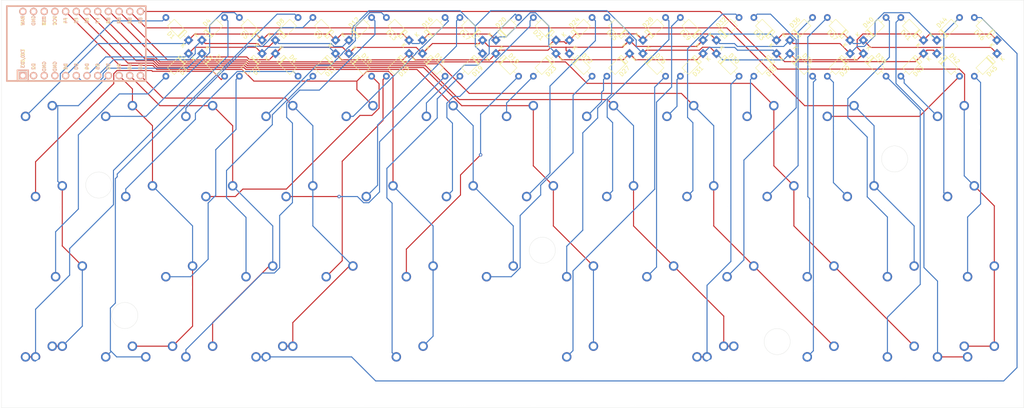
<source format=kicad_pcb>
(kicad_pcb (version 20171130) (host pcbnew 5.1.7)
  (layers (0 F.Cu signal) (31 B.Cu signal) (34 B.Paste user) (35 F.Paste user) (36 B.SilkS user) (37 F.SilkS user) (38 B.Mask user) (39 F.Mask user) (44 Edge.Cuts user))
  (net 0 "")
  (net 1 "Net-(D1-Pad2)")
  (net 2 ROW0)
  (net 3 "Net-(D2-Pad2)")
  (net 4 ROW1)
  (net 5 "Net-(D3-Pad2)")
  (net 6 ROW2)
  (net 7 "Net-(D4-Pad2)")
  (net 8 ROW3)
  (net 9 "Net-(D5-Pad2)")
  (net 10 "Net-(D6-Pad2)")
  (net 11 "Net-(D7-Pad2)")
  (net 12 "Net-(D8-Pad2)")
  (net 13 "Net-(D9-Pad2)")
  (net 14 "Net-(D10-Pad2)")
  (net 15 "Net-(D11-Pad2)")
  (net 16 "Net-(D12-Pad2)")
  (net 17 "Net-(D13-Pad2)")
  (net 18 "Net-(D14-Pad2)")
  (net 19 "Net-(D15-Pad2)")
  (net 20 "Net-(D16-Pad2)")
  (net 21 "Net-(D17-Pad2)")
  (net 22 "Net-(D18-Pad2)")
  (net 23 "Net-(D19-Pad2)")
  (net 24 "Net-(D20-Pad2)")
  (net 25 "Net-(D21-Pad2)")
  (net 26 "Net-(D22-Pad2)")
  (net 27 "Net-(D23-Pad2)")
  (net 28 "Net-(D24-Pad2)")
  (net 29 "Net-(D25-Pad2)")
  (net 30 "Net-(D26-Pad2)")
  (net 31 "Net-(D27-Pad2)")
  (net 32 "Net-(D28-Pad2)")
  (net 33 "Net-(D29-Pad2)")
  (net 34 "Net-(D30-Pad2)")
  (net 35 "Net-(D31-Pad2)")
  (net 36 "Net-(D32-Pad2)")
  (net 37 "Net-(D33-Pad2)")
  (net 38 "Net-(D34-Pad2)")
  (net 39 "Net-(D35-Pad2)")
  (net 40 "Net-(D36-Pad2)")
  (net 41 "Net-(D37-Pad2)")
  (net 42 "Net-(D38-Pad2)")
  (net 43 "Net-(D39-Pad2)")
  (net 44 "Net-(D40-Pad2)")
  (net 45 "Net-(D41-Pad2)")
  (net 46 "Net-(D42-Pad2)")
  (net 47 "Net-(D43-Pad2)")
  (net 48 "Net-(D44-Pad2)")
  (net 49 "Net-(D45-Pad2)")
  (net 50 COL0)
  (net 51 COL1)
  (net 52 COL2)
  (net 53 COL3)
  (net 54 COL4)
  (net 55 COL5)
  (net 56 COL6)
  (net 57 COL7)
  (net 58 COL8)
  (net 59 COL9)
  (net 60 COL10)
  (net 61 COL11)
  (net 62 "Net-(U1-Pad24)")
  (net 63 "Net-(U1-Pad23)")
  (net 64 "Net-(U1-Pad22)")
  (net 65 "Net-(U1-Pad21)")
  (net 66 "Net-(U1-Pad4)")
  (net 67 "Net-(U1-Pad3)")
  (net 68 "Net-(U1-Pad2)")
  (net 69 "Net-(U1-Pad1)")
  (module MX_Only:MXOnly-2.25U-ReversedStabilizers-NoLED (layer F.Cu) (at 136.525 130.175)
    (fp_text reference SW19)
    (fp_text value MX_LED)
    (pad 2 thru_hole circle (at 2.54 -5.08) (size 2.25 2.25) (drill 1.47) (layers *.Cu B.Mask) (net 54 COL4))
    (pad "" np_thru_hole circle (at 0 0) (size 3.9878 3.9878) (drill 3.9878) (layers *.Cu *.Mask))
    (pad 1 thru_hole circle (at -3.81 -2.54) (size 2.25 2.25) (drill 1.47) (layers *.Cu B.Mask) (net 23 "Net-(D19-Pad2)"))
    (pad "" np_thru_hole circle (at -5.08 0 48.0996) (size 1.75 1.75) (drill 1.75) (layers *.Cu *.Mask))
    (pad "" np_thru_hole circle (at 5.08 0 48.0996) (size 1.75 1.75) (drill 1.75) (layers *.Cu *.Mask))
    (pad "" np_thru_hole circle (at -11.90625 6.985) (size 3.048 3.048) (drill 3.048) (layers *.Cu *.Mask))
    (pad "" np_thru_hole circle (at 11.90625 6.985) (size 3.048 3.048) (drill 3.048) (layers *.Cu *.Mask))
    (pad "" np_thru_hole circle (at -11.90625 -8.255) (size 3.9878 3.9878) (drill 3.9878) (layers *.Cu *.Mask))
    (pad "" np_thru_hole circle (at 11.90625 -8.255) (size 3.9878 3.9878) (drill 3.9878) (layers *.Cu *.Mask))
  )
  (module MX_Only:MXOnly-2U-ReversedStabilizers-NoLED (layer F.Cu) (at 177.006 130.175)
    (fp_text reference SW26)
    (fp_text value MX_LED)
    (pad 2 thru_hole circle (at 2.54 -5.08) (size 2.25 2.25) (drill 1.47) (layers *.Cu B.Mask) (net 56 COL6))
    (pad "" np_thru_hole circle (at 0 0) (size 3.9878 3.9878) (drill 3.9878) (layers *.Cu *.Mask))
    (pad 1 thru_hole circle (at -3.81 -2.54) (size 2.25 2.25) (drill 1.47) (layers *.Cu B.Mask) (net 30 "Net-(D26-Pad2)"))
    (pad "" np_thru_hole circle (at -5.08 0 48.0996) (size 1.75 1.75) (drill 1.75) (layers *.Cu *.Mask))
    (pad "" np_thru_hole circle (at 5.08 0 48.0996) (size 1.75 1.75) (drill 1.75) (layers *.Cu *.Mask))
    (pad "" np_thru_hole circle (at -11.90625 6.985) (size 3.048 3.048) (drill 3.048) (layers *.Cu *.Mask))
    (pad "" np_thru_hole circle (at 11.90625 6.985) (size 3.048 3.048) (drill 3.048) (layers *.Cu *.Mask))
    (pad "" np_thru_hole circle (at -11.90625 -8.255) (size 3.9878 3.9878) (drill 3.9878) (layers *.Cu *.Mask))
    (pad "" np_thru_hole circle (at 11.90625 -8.255) (size 3.9878 3.9878) (drill 3.9878) (layers *.Cu *.Mask))
  )
  (module MX_Only:MXOnly-1.75U-NoLED (layer F.Cu) (at 265.112 73.025)
    (fp_text reference SW46)
    (fp_text value MX_LED)
    (pad 2 thru_hole circle (at 2.54 -5.08) (size 2.25 2.25) (drill 1.47) (layers *.Cu B.Mask) (net 61 COL11))
    (pad "" np_thru_hole circle (at 0 0) (size 3.9878 3.9878) (drill 3.9878) (layers *.Cu *.Mask))
    (pad 1 thru_hole circle (at -3.81 -2.54) (size 2.25 2.25) (drill 1.47) (layers *.Cu B.Mask) (net 47 "Net-(D43-Pad2)"))
    (pad "" np_thru_hole circle (at -5.08 0 48.0996) (size 1.75 1.75) (drill 1.75) (layers *.Cu *.Mask))
    (pad "" np_thru_hole circle (at 5.08 0 48.0996) (size 1.75 1.75) (drill 1.75) (layers *.Cu *.Mask))
  )
  (module MX_Only:MXOnly-1.75U-NoLED (layer F.Cu) (at 265.112 130.175)
    (fp_text reference SW40)
    (fp_text value MX_LED)
    (pad 2 thru_hole circle (at 2.54 -5.08) (size 2.25 2.25) (drill 1.47) (layers *.Cu B.Mask) (net 61 COL11))
    (pad "" np_thru_hole circle (at 0 0) (size 3.9878 3.9878) (drill 3.9878) (layers *.Cu *.Mask))
    (pad 1 thru_hole circle (at -3.81 -2.54) (size 2.25 2.25) (drill 1.47) (layers *.Cu B.Mask) (net 45 "Net-(D41-Pad2)"))
    (pad "" np_thru_hole circle (at -5.08 0 48.0996) (size 1.75 1.75) (drill 1.75) (layers *.Cu *.Mask))
    (pad "" np_thru_hole circle (at 5.08 0 48.0996) (size 1.75 1.75) (drill 1.75) (layers *.Cu *.Mask))
  )
  (module MX_Only:MXOnly-1.75U-NoLED (layer F.Cu) (at 55.5625 111.125)
    (fp_text reference SW3)
    (fp_text value MX_LED)
    (pad 2 thru_hole circle (at 2.54 -5.08) (size 2.25 2.25) (drill 1.47) (layers *.Cu B.Mask) (net 50 COL0))
    (pad "" np_thru_hole circle (at 0 0) (size 3.9878 3.9878) (drill 3.9878) (layers *.Cu *.Mask))
    (pad 1 thru_hole circle (at -3.81 -2.54) (size 2.25 2.25) (drill 1.47) (layers *.Cu B.Mask) (net 5 "Net-(D3-Pad2)"))
    (pad "" np_thru_hole circle (at -5.08 0 48.0996) (size 1.75 1.75) (drill 1.75) (layers *.Cu *.Mask))
    (pad "" np_thru_hole circle (at 5.08 0 48.0996) (size 1.75 1.75) (drill 1.75) (layers *.Cu *.Mask))
  )
  (module MX_Only:MXOnly-1.5U-NoLED (layer F.Cu) (at 267.494 92.075)
    (fp_text reference SW47)
    (fp_text value MX_LED)
    (pad 2 thru_hole circle (at 2.54 -5.08) (size 2.25 2.25) (drill 1.47) (layers *.Cu B.Mask) (net 61 COL11))
    (pad "" np_thru_hole circle (at 0 0) (size 3.9878 3.9878) (drill 3.9878) (layers *.Cu *.Mask))
    (pad 1 thru_hole circle (at -3.81 -2.54) (size 2.25 2.25) (drill 1.47) (layers *.Cu B.Mask) (net 48 "Net-(D44-Pad2)"))
    (pad "" np_thru_hole circle (at -5.08 0 48.0996) (size 1.75 1.75) (drill 1.75) (layers *.Cu *.Mask))
    (pad "" np_thru_hole circle (at 5.08 0 48.0996) (size 1.75 1.75) (drill 1.75) (layers *.Cu *.Mask))
  )
  (module MX_Only:MXOnly-1.5U-NoLED (layer F.Cu) (at 234.156 130.175)
    (fp_text reference SW35)
    (fp_text value MX_LED)
    (pad 2 thru_hole circle (at 2.54 -5.08) (size 2.25 2.25) (drill 1.47) (layers *.Cu B.Mask) (net 58 COL8))
    (pad "" np_thru_hole circle (at 0 0) (size 3.9878 3.9878) (drill 3.9878) (layers *.Cu *.Mask))
    (pad 1 thru_hole circle (at -3.81 -2.54) (size 2.25 2.25) (drill 1.47) (layers *.Cu B.Mask) (net 38 "Net-(D34-Pad2)"))
    (pad "" np_thru_hole circle (at -5.08 0 48.0996) (size 1.75 1.75) (drill 1.75) (layers *.Cu *.Mask))
    (pad "" np_thru_hole circle (at 5.08 0 48.0996) (size 1.75 1.75) (drill 1.75) (layers *.Cu *.Mask))
  )
  (module MX_Only:MXOnly-1.5U-NoLED (layer F.Cu) (at 210.344 130.175)
    (fp_text reference SW31)
    (fp_text value MX_LED)
    (pad 2 thru_hole circle (at 2.54 -5.08) (size 2.25 2.25) (drill 1.47) (layers *.Cu B.Mask) (net 57 COL7))
    (pad "" np_thru_hole circle (at 0 0) (size 3.9878 3.9878) (drill 3.9878) (layers *.Cu *.Mask))
    (pad 1 thru_hole circle (at -3.81 -2.54) (size 2.25 2.25) (drill 1.47) (layers *.Cu B.Mask) (net 34 "Net-(D30-Pad2)"))
    (pad "" np_thru_hole circle (at -5.08 0 48.0996) (size 1.75 1.75) (drill 1.75) (layers *.Cu *.Mask))
    (pad "" np_thru_hole circle (at 5.08 0 48.0996) (size 1.75 1.75) (drill 1.75) (layers *.Cu *.Mask))
  )
  (module MX_Only:MXOnly-1.5U-NoLED (layer F.Cu) (at 76.9938 130.175)
    (fp_text reference SW8)
    (fp_text value MX_LED)
    (pad 2 thru_hole circle (at 2.54 -5.08) (size 2.25 2.25) (drill 1.47) (layers *.Cu B.Mask) (net 51 COL1))
    (pad "" np_thru_hole circle (at 0 0) (size 3.9878 3.9878) (drill 3.9878) (layers *.Cu *.Mask))
    (pad 1 thru_hole circle (at -3.81 -2.54) (size 2.25 2.25) (drill 1.47) (layers *.Cu B.Mask) (net 12 "Net-(D8-Pad2)"))
    (pad "" np_thru_hole circle (at -5.08 0 48.0996) (size 1.75 1.75) (drill 1.75) (layers *.Cu *.Mask))
    (pad "" np_thru_hole circle (at 5.08 0 48.0996) (size 1.75 1.75) (drill 1.75) (layers *.Cu *.Mask))
  )
  (module MX_Only:MXOnly-1.25U-NoLED (layer F.Cu) (at 207.962 130.175)
    (fp_text reference SW30)
    (fp_text value MX_LED)
    (pad 2 thru_hole circle (at 2.54 -5.08) (size 2.25 2.25) (drill 1.47) (layers *.Cu B.Mask) (net 57 COL7))
    (pad "" np_thru_hole circle (at 0 0) (size 3.9878 3.9878) (drill 3.9878) (layers *.Cu *.Mask))
    (pad 1 thru_hole circle (at -3.81 -2.54) (size 2.25 2.25) (drill 1.47) (layers *.Cu B.Mask) (net 34 "Net-(D30-Pad2)"))
    (pad "" np_thru_hole circle (at -5.08 0 48.0996) (size 1.75 1.75) (drill 1.75) (layers *.Cu *.Mask))
    (pad "" np_thru_hole circle (at 5.08 0 48.0996) (size 1.75 1.75) (drill 1.75) (layers *.Cu *.Mask))
  )
  (module MX_Only:MXOnly-1.25U-NoLED (layer F.Cu) (at 103.188 130.175)
    (fp_text reference SW12)
    (fp_text value MX_LED)
    (pad 2 thru_hole circle (at 2.54 -5.08) (size 2.25 2.25) (drill 1.47) (layers *.Cu B.Mask) (net 53 COL3))
    (pad "" np_thru_hole circle (at 0 0) (size 3.9878 3.9878) (drill 3.9878) (layers *.Cu *.Mask))
    (pad 1 thru_hole circle (at -3.81 -2.54) (size 2.25 2.25) (drill 1.47) (layers *.Cu B.Mask))
    (pad "" np_thru_hole circle (at -5.08 0 48.0996) (size 1.75 1.75) (drill 1.75) (layers *.Cu *.Mask))
    (pad "" np_thru_hole circle (at 5.08 0 48.0996) (size 1.75 1.75) (drill 1.75) (layers *.Cu *.Mask))
  )
  (module MX_Only:MXOnly-1.25U-NoLED (layer F.Cu) (at 50.8 130.175)
    (fp_text reference SW4)
    (fp_text value MX_LED)
    (pad 2 thru_hole circle (at 2.54 -5.08) (size 2.25 2.25) (drill 1.47) (layers *.Cu B.Mask) (net 50 COL0))
    (pad "" np_thru_hole circle (at 0 0) (size 3.9878 3.9878) (drill 3.9878) (layers *.Cu *.Mask))
    (pad 1 thru_hole circle (at -3.81 -2.54) (size 2.25 2.25) (drill 1.47) (layers *.Cu B.Mask) (net 7 "Net-(D4-Pad2)"))
    (pad "" np_thru_hole circle (at -5.08 0 48.0996) (size 1.75 1.75) (drill 1.75) (layers *.Cu *.Mask))
    (pad "" np_thru_hole circle (at 5.08 0 48.0996) (size 1.75 1.75) (drill 1.75) (layers *.Cu *.Mask))
  )
  (module MX_Only:MXOnly-1.25U-NoLED (layer F.Cu) (at 50.8 92.075)
    (fp_text reference SW2)
    (fp_text value MX_LED)
    (pad 2 thru_hole circle (at 2.54 -5.08) (size 2.25 2.25) (drill 1.47) (layers *.Cu B.Mask) (net 50 COL0))
    (pad "" np_thru_hole circle (at 0 0) (size 3.9878 3.9878) (drill 3.9878) (layers *.Cu *.Mask))
    (pad 1 thru_hole circle (at -3.81 -2.54) (size 2.25 2.25) (drill 1.47) (layers *.Cu B.Mask) (net 3 "Net-(D2-Pad2)"))
    (pad "" np_thru_hole circle (at -5.08 0 48.0996) (size 1.75 1.75) (drill 1.75) (layers *.Cu *.Mask))
    (pad "" np_thru_hole circle (at 5.08 0 48.0996) (size 1.75 1.75) (drill 1.75) (layers *.Cu *.Mask))
  )
  (module MX_Only:MXOnly-1U-NoLED (layer F.Cu) (at 105.569 130.175)
    (fp_text reference SW53)
    (fp_text value MX_LED)
    (pad 2 thru_hole circle (at 2.54 -5.08) (size 2.25 2.25) (drill 1.47) (layers *.Cu B.Mask) (net 53 COL3))
    (pad "" np_thru_hole circle (at 0 0) (size 3.9878 3.9878) (drill 3.9878) (layers *.Cu *.Mask))
    (pad 1 thru_hole circle (at -3.81 -2.54) (size 2.25 2.25) (drill 1.47) (layers *.Cu B.Mask))
    (pad "" np_thru_hole circle (at -5.08 0 48.0996) (size 1.75 1.75) (drill 1.75) (layers *.Cu *.Mask))
    (pad "" np_thru_hole circle (at 5.08 0 48.0996) (size 1.75 1.75) (drill 1.75) (layers *.Cu *.Mask))
  )
  (module MX_Only:MXOnly-1U-NoLED (layer F.Cu) (at 86.5188 130.175)
    (fp_text reference SW52)
    (fp_text value MX_LED)
    (pad 2 thru_hole circle (at 2.54 -5.08) (size 2.25 2.25) (drill 1.47) (layers *.Cu B.Mask) (net 52 COL2))
    (pad "" np_thru_hole circle (at 0 0) (size 3.9878 3.9878) (drill 3.9878) (layers *.Cu *.Mask))
    (pad 1 thru_hole circle (at -3.81 -2.54) (size 2.25 2.25) (drill 1.47) (layers *.Cu B.Mask) (net 16 "Net-(D12-Pad2)"))
    (pad "" np_thru_hole circle (at -5.08 0 48.0996) (size 1.75 1.75) (drill 1.75) (layers *.Cu *.Mask))
    (pad "" np_thru_hole circle (at 5.08 0 48.0996) (size 1.75 1.75) (drill 1.75) (layers *.Cu *.Mask))
  )
  (module MX_Only:MXOnly-1U-NoLED (layer F.Cu) (at 67.4688 130.175)
    (fp_text reference SW51)
    (fp_text value MX_LED)
    (pad 2 thru_hole circle (at 2.54 -5.08) (size 2.25 2.25) (drill 1.47) (layers *.Cu B.Mask) (net 51 COL1))
    (pad "" np_thru_hole circle (at 0 0) (size 3.9878 3.9878) (drill 3.9878) (layers *.Cu *.Mask))
    (pad 1 thru_hole circle (at -3.81 -2.54) (size 2.25 2.25) (drill 1.47) (layers *.Cu B.Mask) (net 12 "Net-(D8-Pad2)"))
    (pad "" np_thru_hole circle (at -5.08 0 48.0996) (size 1.75 1.75) (drill 1.75) (layers *.Cu *.Mask))
    (pad "" np_thru_hole circle (at 5.08 0 48.0996) (size 1.75 1.75) (drill 1.75) (layers *.Cu *.Mask))
  )
  (module MX_Only:MXOnly-1U-NoLED (layer F.Cu) (at 48.4188 130.175)
    (fp_text reference SW50)
    (fp_text value MX_LED)
    (pad 2 thru_hole circle (at 2.54 -5.08) (size 2.25 2.25) (drill 1.47) (layers *.Cu B.Mask) (net 50 COL0))
    (pad "" np_thru_hole circle (at 0 0) (size 3.9878 3.9878) (drill 3.9878) (layers *.Cu *.Mask))
    (pad 1 thru_hole circle (at -3.81 -2.54) (size 2.25 2.25) (drill 1.47) (layers *.Cu B.Mask) (net 7 "Net-(D4-Pad2)"))
    (pad "" np_thru_hole circle (at -5.08 0 48.0996) (size 1.75 1.75) (drill 1.75) (layers *.Cu *.Mask))
    (pad "" np_thru_hole circle (at 5.08 0 48.0996) (size 1.75 1.75) (drill 1.75) (layers *.Cu *.Mask))
  )
  (module MX_Only:MXOnly-1U-NoLED (layer F.Cu) (at 272.256 111.125)
    (fp_text reference SW48)
    (fp_text value MX_LED)
    (pad 2 thru_hole circle (at 2.54 -5.08) (size 2.25 2.25) (drill 1.47) (layers *.Cu B.Mask) (net 61 COL11))
    (pad "" np_thru_hole circle (at 0 0) (size 3.9878 3.9878) (drill 3.9878) (layers *.Cu *.Mask))
    (pad 1 thru_hole circle (at -3.81 -2.54) (size 2.25 2.25) (drill 1.47) (layers *.Cu B.Mask) (net 49 "Net-(D45-Pad2)"))
    (pad "" np_thru_hole circle (at -5.08 0 48.0996) (size 1.75 1.75) (drill 1.75) (layers *.Cu *.Mask))
    (pad "" np_thru_hole circle (at 5.08 0 48.0996) (size 1.75 1.75) (drill 1.75) (layers *.Cu *.Mask))
  )
  (module MX_Only:MXOnly-1U-NoLED (layer F.Cu) (at 238.919 73.025)
    (fp_text reference SW45)
    (fp_text value MX_LED)
    (pad 2 thru_hole circle (at 2.54 -5.08) (size 2.25 2.25) (drill 1.47) (layers *.Cu B.Mask) (net 60 COL10))
    (pad "" np_thru_hole circle (at 0 0) (size 3.9878 3.9878) (drill 3.9878) (layers *.Cu *.Mask))
    (pad 1 thru_hole circle (at -3.81 -2.54) (size 2.25 2.25) (drill 1.47) (layers *.Cu B.Mask) (net 46 "Net-(D42-Pad2)"))
    (pad "" np_thru_hole circle (at -5.08 0 48.0996) (size 1.75 1.75) (drill 1.75) (layers *.Cu *.Mask))
    (pad "" np_thru_hole circle (at 5.08 0 48.0996) (size 1.75 1.75) (drill 1.75) (layers *.Cu *.Mask))
  )
  (module MX_Only:MXOnly-1U-NoLED (layer F.Cu) (at 272.256 130.175)
    (fp_text reference SW44)
    (fp_text value MX_LED)
    (pad 2 thru_hole circle (at 2.54 -5.08) (size 2.25 2.25) (drill 1.47) (layers *.Cu B.Mask) (net 61 COL11))
    (pad "" np_thru_hole circle (at 0 0) (size 3.9878 3.9878) (drill 3.9878) (layers *.Cu *.Mask))
    (pad 1 thru_hole circle (at -3.81 -2.54) (size 2.25 2.25) (drill 1.47) (layers *.Cu B.Mask) (net 45 "Net-(D41-Pad2)"))
    (pad "" np_thru_hole circle (at -5.08 0 48.0996) (size 1.75 1.75) (drill 1.75) (layers *.Cu *.Mask))
    (pad "" np_thru_hole circle (at 5.08 0 48.0996) (size 1.75 1.75) (drill 1.75) (layers *.Cu *.Mask))
  )
  (module MX_Only:MXOnly-1U-NoLED (layer F.Cu) (at 253.206 111.125)
    (fp_text reference SW43)
    (fp_text value MX_LED)
    (pad 2 thru_hole circle (at 2.54 -5.08) (size 2.25 2.25) (drill 1.47) (layers *.Cu B.Mask) (net 60 COL10))
    (pad "" np_thru_hole circle (at 0 0) (size 3.9878 3.9878) (drill 3.9878) (layers *.Cu *.Mask))
    (pad 1 thru_hole circle (at -3.81 -2.54) (size 2.25 2.25) (drill 1.47) (layers *.Cu B.Mask) (net 44 "Net-(D40-Pad2)"))
    (pad "" np_thru_hole circle (at -5.08 0 48.0996) (size 1.75 1.75) (drill 1.75) (layers *.Cu *.Mask))
    (pad "" np_thru_hole circle (at 5.08 0 48.0996) (size 1.75 1.75) (drill 1.75) (layers *.Cu *.Mask))
  )
  (module MX_Only:MXOnly-1U-NoLED (layer F.Cu) (at 243.681 92.075)
    (fp_text reference SW42)
    (fp_text value MX_LED)
    (pad 2 thru_hole circle (at 2.54 -5.08) (size 2.25 2.25) (drill 1.47) (layers *.Cu B.Mask) (net 60 COL10))
    (pad "" np_thru_hole circle (at 0 0) (size 3.9878 3.9878) (drill 3.9878) (layers *.Cu *.Mask))
    (pad 1 thru_hole circle (at -3.81 -2.54) (size 2.25 2.25) (drill 1.47) (layers *.Cu B.Mask) (net 43 "Net-(D39-Pad2)"))
    (pad "" np_thru_hole circle (at -5.08 0 48.0996) (size 1.75 1.75) (drill 1.75) (layers *.Cu *.Mask))
    (pad "" np_thru_hole circle (at 5.08 0 48.0996) (size 1.75 1.75) (drill 1.75) (layers *.Cu *.Mask))
  )
  (module MX_Only:MXOnly-1U-NoLED (layer F.Cu) (at 253.206 130.175)
    (fp_text reference SW41)
    (fp_text value MX_LED)
    (pad 2 thru_hole circle (at 2.54 -5.08) (size 2.25 2.25) (drill 1.47) (layers *.Cu B.Mask) (net 59 COL9))
    (pad "" np_thru_hole circle (at 0 0) (size 3.9878 3.9878) (drill 3.9878) (layers *.Cu *.Mask))
    (pad 1 thru_hole circle (at -3.81 -2.54) (size 2.25 2.25) (drill 1.47) (layers *.Cu B.Mask) (net 42 "Net-(D38-Pad2)"))
    (pad "" np_thru_hole circle (at -5.08 0 48.0996) (size 1.75 1.75) (drill 1.75) (layers *.Cu *.Mask))
    (pad "" np_thru_hole circle (at 5.08 0 48.0996) (size 1.75 1.75) (drill 1.75) (layers *.Cu *.Mask))
  )
  (module MX_Only:MXOnly-1U-NoLED (layer F.Cu) (at 234.156 111.125)
    (fp_text reference SW39)
    (fp_text value MX_LED)
    (pad 2 thru_hole circle (at 2.54 -5.08) (size 2.25 2.25) (drill 1.47) (layers *.Cu B.Mask) (net 59 COL9))
    (pad "" np_thru_hole circle (at 0 0) (size 3.9878 3.9878) (drill 3.9878) (layers *.Cu *.Mask))
    (pad 1 thru_hole circle (at -3.81 -2.54) (size 2.25 2.25) (drill 1.47) (layers *.Cu B.Mask) (net 41 "Net-(D37-Pad2)"))
    (pad "" np_thru_hole circle (at -5.08 0 48.0996) (size 1.75 1.75) (drill 1.75) (layers *.Cu *.Mask))
    (pad "" np_thru_hole circle (at 5.08 0 48.0996) (size 1.75 1.75) (drill 1.75) (layers *.Cu *.Mask))
  )
  (module MX_Only:MXOnly-1U-NoLED (layer F.Cu) (at 224.631 92.075)
    (fp_text reference SW38)
    (fp_text value MX_LED)
    (pad 2 thru_hole circle (at 2.54 -5.08) (size 2.25 2.25) (drill 1.47) (layers *.Cu B.Mask) (net 59 COL9))
    (pad "" np_thru_hole circle (at 0 0) (size 3.9878 3.9878) (drill 3.9878) (layers *.Cu *.Mask))
    (pad 1 thru_hole circle (at -3.81 -2.54) (size 2.25 2.25) (drill 1.47) (layers *.Cu B.Mask) (net 40 "Net-(D36-Pad2)"))
    (pad "" np_thru_hole circle (at -5.08 0 48.0996) (size 1.75 1.75) (drill 1.75) (layers *.Cu *.Mask))
    (pad "" np_thru_hole circle (at 5.08 0 48.0996) (size 1.75 1.75) (drill 1.75) (layers *.Cu *.Mask))
  )
  (module MX_Only:MXOnly-1U-NoLED (layer F.Cu) (at 219.869 73.025)
    (fp_text reference SW37)
    (fp_text value MX_LED)
    (pad 2 thru_hole circle (at 2.54 -5.08) (size 2.25 2.25) (drill 1.47) (layers *.Cu B.Mask) (net 59 COL9))
    (pad "" np_thru_hole circle (at 0 0) (size 3.9878 3.9878) (drill 3.9878) (layers *.Cu *.Mask))
    (pad 1 thru_hole circle (at -3.81 -2.54) (size 2.25 2.25) (drill 1.47) (layers *.Cu B.Mask) (net 39 "Net-(D35-Pad2)"))
    (pad "" np_thru_hole circle (at -5.08 0 48.0996) (size 1.75 1.75) (drill 1.75) (layers *.Cu *.Mask))
    (pad "" np_thru_hole circle (at 5.08 0 48.0996) (size 1.75 1.75) (drill 1.75) (layers *.Cu *.Mask))
  )
  (module MX_Only:MXOnly-1U-NoLED (layer F.Cu) (at 234.156 130.175)
    (fp_text reference SW36)
    (fp_text value MX_LED)
    (pad 2 thru_hole circle (at 2.54 -5.08) (size 2.25 2.25) (drill 1.47) (layers *.Cu B.Mask) (net 58 COL8))
    (pad "" np_thru_hole circle (at 0 0) (size 3.9878 3.9878) (drill 3.9878) (layers *.Cu *.Mask))
    (pad 1 thru_hole circle (at -3.81 -2.54) (size 2.25 2.25) (drill 1.47) (layers *.Cu B.Mask) (net 38 "Net-(D34-Pad2)"))
    (pad "" np_thru_hole circle (at -5.08 0 48.0996) (size 1.75 1.75) (drill 1.75) (layers *.Cu *.Mask))
    (pad "" np_thru_hole circle (at 5.08 0 48.0996) (size 1.75 1.75) (drill 1.75) (layers *.Cu *.Mask))
  )
  (module MX_Only:MXOnly-1U-NoLED (layer F.Cu) (at 215.106 111.125)
    (fp_text reference SW34)
    (fp_text value MX_LED)
    (pad 2 thru_hole circle (at 2.54 -5.08) (size 2.25 2.25) (drill 1.47) (layers *.Cu B.Mask) (net 58 COL8))
    (pad "" np_thru_hole circle (at 0 0) (size 3.9878 3.9878) (drill 3.9878) (layers *.Cu *.Mask))
    (pad 1 thru_hole circle (at -3.81 -2.54) (size 2.25 2.25) (drill 1.47) (layers *.Cu B.Mask) (net 37 "Net-(D33-Pad2)"))
    (pad "" np_thru_hole circle (at -5.08 0 48.0996) (size 1.75 1.75) (drill 1.75) (layers *.Cu *.Mask))
    (pad "" np_thru_hole circle (at 5.08 0 48.0996) (size 1.75 1.75) (drill 1.75) (layers *.Cu *.Mask))
  )
  (module MX_Only:MXOnly-1U-NoLED (layer F.Cu) (at 205.581 92.075)
    (fp_text reference SW33)
    (fp_text value MX_LED)
    (pad 2 thru_hole circle (at 2.54 -5.08) (size 2.25 2.25) (drill 1.47) (layers *.Cu B.Mask) (net 58 COL8))
    (pad "" np_thru_hole circle (at 0 0) (size 3.9878 3.9878) (drill 3.9878) (layers *.Cu *.Mask))
    (pad 1 thru_hole circle (at -3.81 -2.54) (size 2.25 2.25) (drill 1.47) (layers *.Cu B.Mask) (net 36 "Net-(D32-Pad2)"))
    (pad "" np_thru_hole circle (at -5.08 0 48.0996) (size 1.75 1.75) (drill 1.75) (layers *.Cu *.Mask))
    (pad "" np_thru_hole circle (at 5.08 0 48.0996) (size 1.75 1.75) (drill 1.75) (layers *.Cu *.Mask))
  )
  (module MX_Only:MXOnly-1U-NoLED (layer F.Cu) (at 200.819 73.025)
    (fp_text reference SW32)
    (fp_text value MX_LED)
    (pad 2 thru_hole circle (at 2.54 -5.08) (size 2.25 2.25) (drill 1.47) (layers *.Cu B.Mask) (net 58 COL8))
    (pad "" np_thru_hole circle (at 0 0) (size 3.9878 3.9878) (drill 3.9878) (layers *.Cu *.Mask))
    (pad 1 thru_hole circle (at -3.81 -2.54) (size 2.25 2.25) (drill 1.47) (layers *.Cu B.Mask) (net 35 "Net-(D31-Pad2)"))
    (pad "" np_thru_hole circle (at -5.08 0 48.0996) (size 1.75 1.75) (drill 1.75) (layers *.Cu *.Mask))
    (pad "" np_thru_hole circle (at 5.08 0 48.0996) (size 1.75 1.75) (drill 1.75) (layers *.Cu *.Mask))
  )
  (module MX_Only:MXOnly-1U-NoLED (layer F.Cu) (at 196.056 111.125)
    (fp_text reference SW29)
    (fp_text value MX_LED)
    (pad 2 thru_hole circle (at 2.54 -5.08) (size 2.25 2.25) (drill 1.47) (layers *.Cu B.Mask) (net 57 COL7))
    (pad "" np_thru_hole circle (at 0 0) (size 3.9878 3.9878) (drill 3.9878) (layers *.Cu *.Mask))
    (pad 1 thru_hole circle (at -3.81 -2.54) (size 2.25 2.25) (drill 1.47) (layers *.Cu B.Mask) (net 33 "Net-(D29-Pad2)"))
    (pad "" np_thru_hole circle (at -5.08 0 48.0996) (size 1.75 1.75) (drill 1.75) (layers *.Cu *.Mask))
    (pad "" np_thru_hole circle (at 5.08 0 48.0996) (size 1.75 1.75) (drill 1.75) (layers *.Cu *.Mask))
  )
  (module MX_Only:MXOnly-1U-NoLED (layer F.Cu) (at 186.531 92.075)
    (fp_text reference SW28)
    (fp_text value MX_LED)
    (pad 2 thru_hole circle (at 2.54 -5.08) (size 2.25 2.25) (drill 1.47) (layers *.Cu B.Mask) (net 57 COL7))
    (pad "" np_thru_hole circle (at 0 0) (size 3.9878 3.9878) (drill 3.9878) (layers *.Cu *.Mask))
    (pad 1 thru_hole circle (at -3.81 -2.54) (size 2.25 2.25) (drill 1.47) (layers *.Cu B.Mask) (net 32 "Net-(D28-Pad2)"))
    (pad "" np_thru_hole circle (at -5.08 0 48.0996) (size 1.75 1.75) (drill 1.75) (layers *.Cu *.Mask))
    (pad "" np_thru_hole circle (at 5.08 0 48.0996) (size 1.75 1.75) (drill 1.75) (layers *.Cu *.Mask))
  )
  (module MX_Only:MXOnly-1U-NoLED (layer F.Cu) (at 181.769 73.025)
    (fp_text reference SW27)
    (fp_text value MX_LED)
    (pad 2 thru_hole circle (at 2.54 -5.08) (size 2.25 2.25) (drill 1.47) (layers *.Cu B.Mask) (net 57 COL7))
    (pad "" np_thru_hole circle (at 0 0) (size 3.9878 3.9878) (drill 3.9878) (layers *.Cu *.Mask))
    (pad 1 thru_hole circle (at -3.81 -2.54) (size 2.25 2.25) (drill 1.47) (layers *.Cu B.Mask) (net 31 "Net-(D27-Pad2)"))
    (pad "" np_thru_hole circle (at -5.08 0 48.0996) (size 1.75 1.75) (drill 1.75) (layers *.Cu *.Mask))
    (pad "" np_thru_hole circle (at 5.08 0 48.0996) (size 1.75 1.75) (drill 1.75) (layers *.Cu *.Mask))
  )
  (module MX_Only:MXOnly-1U-NoLED (layer F.Cu) (at 177.006 111.125)
    (fp_text reference SW25)
    (fp_text value MX_LED)
    (pad 2 thru_hole circle (at 2.54 -5.08) (size 2.25 2.25) (drill 1.47) (layers *.Cu B.Mask) (net 56 COL6))
    (pad "" np_thru_hole circle (at 0 0) (size 3.9878 3.9878) (drill 3.9878) (layers *.Cu *.Mask))
    (pad 1 thru_hole circle (at -3.81 -2.54) (size 2.25 2.25) (drill 1.47) (layers *.Cu B.Mask) (net 29 "Net-(D25-Pad2)"))
    (pad "" np_thru_hole circle (at -5.08 0 48.0996) (size 1.75 1.75) (drill 1.75) (layers *.Cu *.Mask))
    (pad "" np_thru_hole circle (at 5.08 0 48.0996) (size 1.75 1.75) (drill 1.75) (layers *.Cu *.Mask))
  )
  (module MX_Only:MXOnly-1U-NoLED (layer F.Cu) (at 167.481 92.075)
    (fp_text reference SW24)
    (fp_text value MX_LED)
    (pad 2 thru_hole circle (at 2.54 -5.08) (size 2.25 2.25) (drill 1.47) (layers *.Cu B.Mask) (net 56 COL6))
    (pad "" np_thru_hole circle (at 0 0) (size 3.9878 3.9878) (drill 3.9878) (layers *.Cu *.Mask))
    (pad 1 thru_hole circle (at -3.81 -2.54) (size 2.25 2.25) (drill 1.47) (layers *.Cu B.Mask) (net 28 "Net-(D24-Pad2)"))
    (pad "" np_thru_hole circle (at -5.08 0 48.0996) (size 1.75 1.75) (drill 1.75) (layers *.Cu *.Mask))
    (pad "" np_thru_hole circle (at 5.08 0 48.0996) (size 1.75 1.75) (drill 1.75) (layers *.Cu *.Mask))
  )
  (module MX_Only:MXOnly-1U-NoLED (layer F.Cu) (at 162.719 73.025)
    (fp_text reference SW23)
    (fp_text value MX_LED)
    (pad 2 thru_hole circle (at 2.54 -5.08) (size 2.25 2.25) (drill 1.47) (layers *.Cu B.Mask) (net 56 COL6))
    (pad "" np_thru_hole circle (at 0 0) (size 3.9878 3.9878) (drill 3.9878) (layers *.Cu *.Mask))
    (pad 1 thru_hole circle (at -3.81 -2.54) (size 2.25 2.25) (drill 1.47) (layers *.Cu B.Mask) (net 27 "Net-(D23-Pad2)"))
    (pad "" np_thru_hole circle (at -5.08 0 48.0996) (size 1.75 1.75) (drill 1.75) (layers *.Cu *.Mask))
    (pad "" np_thru_hole circle (at 5.08 0 48.0996) (size 1.75 1.75) (drill 1.75) (layers *.Cu *.Mask))
  )
  (module MX_Only:MXOnly-1U-NoLED (layer F.Cu) (at 157.956 111.125)
    (fp_text reference SW22)
    (fp_text value MX_LED)
    (pad 2 thru_hole circle (at 2.54 -5.08) (size 2.25 2.25) (drill 1.47) (layers *.Cu B.Mask) (net 55 COL5))
    (pad "" np_thru_hole circle (at 0 0) (size 3.9878 3.9878) (drill 3.9878) (layers *.Cu *.Mask))
    (pad 1 thru_hole circle (at -3.81 -2.54) (size 2.25 2.25) (drill 1.47) (layers *.Cu B.Mask) (net 26 "Net-(D22-Pad2)"))
    (pad "" np_thru_hole circle (at -5.08 0 48.0996) (size 1.75 1.75) (drill 1.75) (layers *.Cu *.Mask))
    (pad "" np_thru_hole circle (at 5.08 0 48.0996) (size 1.75 1.75) (drill 1.75) (layers *.Cu *.Mask))
  )
  (module MX_Only:MXOnly-1U-NoLED (layer F.Cu) (at 148.431 92.075)
    (fp_text reference SW21)
    (fp_text value MX_LED)
    (pad 2 thru_hole circle (at 2.54 -5.08) (size 2.25 2.25) (drill 1.47) (layers *.Cu B.Mask) (net 55 COL5))
    (pad "" np_thru_hole circle (at 0 0) (size 3.9878 3.9878) (drill 3.9878) (layers *.Cu *.Mask))
    (pad 1 thru_hole circle (at -3.81 -2.54) (size 2.25 2.25) (drill 1.47) (layers *.Cu B.Mask) (net 25 "Net-(D21-Pad2)"))
    (pad "" np_thru_hole circle (at -5.08 0 48.0996) (size 1.75 1.75) (drill 1.75) (layers *.Cu *.Mask))
    (pad "" np_thru_hole circle (at 5.08 0 48.0996) (size 1.75 1.75) (drill 1.75) (layers *.Cu *.Mask))
  )
  (module MX_Only:MXOnly-1U-NoLED (layer F.Cu) (at 143.669 73.025)
    (fp_text reference SW20)
    (fp_text value MX_LED)
    (pad 2 thru_hole circle (at 2.54 -5.08) (size 2.25 2.25) (drill 1.47) (layers *.Cu B.Mask) (net 55 COL5))
    (pad "" np_thru_hole circle (at 0 0) (size 3.9878 3.9878) (drill 3.9878) (layers *.Cu *.Mask))
    (pad 1 thru_hole circle (at -3.81 -2.54) (size 2.25 2.25) (drill 1.47) (layers *.Cu B.Mask) (net 24 "Net-(D20-Pad2)"))
    (pad "" np_thru_hole circle (at -5.08 0 48.0996) (size 1.75 1.75) (drill 1.75) (layers *.Cu *.Mask))
    (pad "" np_thru_hole circle (at 5.08 0 48.0996) (size 1.75 1.75) (drill 1.75) (layers *.Cu *.Mask))
  )
  (module MX_Only:MXOnly-1U-NoLED (layer F.Cu) (at 138.906 111.125)
    (fp_text reference SW18)
    (fp_text value MX_LED)
    (pad 2 thru_hole circle (at 2.54 -5.08) (size 2.25 2.25) (drill 1.47) (layers *.Cu B.Mask) (net 54 COL4))
    (pad "" np_thru_hole circle (at 0 0) (size 3.9878 3.9878) (drill 3.9878) (layers *.Cu *.Mask))
    (pad 1 thru_hole circle (at -3.81 -2.54) (size 2.25 2.25) (drill 1.47) (layers *.Cu B.Mask) (net 22 "Net-(D18-Pad2)"))
    (pad "" np_thru_hole circle (at -5.08 0 48.0996) (size 1.75 1.75) (drill 1.75) (layers *.Cu *.Mask))
    (pad "" np_thru_hole circle (at 5.08 0 48.0996) (size 1.75 1.75) (drill 1.75) (layers *.Cu *.Mask))
  )
  (module MX_Only:MXOnly-1U-NoLED (layer F.Cu) (at 129.381 92.075)
    (fp_text reference SW17)
    (fp_text value MX_LED)
    (pad 2 thru_hole circle (at 2.54 -5.08) (size 2.25 2.25) (drill 1.47) (layers *.Cu B.Mask) (net 54 COL4))
    (pad "" np_thru_hole circle (at 0 0) (size 3.9878 3.9878) (drill 3.9878) (layers *.Cu *.Mask))
    (pad 1 thru_hole circle (at -3.81 -2.54) (size 2.25 2.25) (drill 1.47) (layers *.Cu B.Mask) (net 21 "Net-(D17-Pad2)"))
    (pad "" np_thru_hole circle (at -5.08 0 48.0996) (size 1.75 1.75) (drill 1.75) (layers *.Cu *.Mask))
    (pad "" np_thru_hole circle (at 5.08 0 48.0996) (size 1.75 1.75) (drill 1.75) (layers *.Cu *.Mask))
  )
  (module MX_Only:MXOnly-1U-NoLED (layer F.Cu) (at 124.619 73.025)
    (fp_text reference SW16)
    (fp_text value MX_LED)
    (pad 2 thru_hole circle (at 2.54 -5.08) (size 2.25 2.25) (drill 1.47) (layers *.Cu B.Mask) (net 54 COL4))
    (pad "" np_thru_hole circle (at 0 0) (size 3.9878 3.9878) (drill 3.9878) (layers *.Cu *.Mask))
    (pad 1 thru_hole circle (at -3.81 -2.54) (size 2.25 2.25) (drill 1.47) (layers *.Cu B.Mask) (net 20 "Net-(D16-Pad2)"))
    (pad "" np_thru_hole circle (at -5.08 0 48.0996) (size 1.75 1.75) (drill 1.75) (layers *.Cu *.Mask))
    (pad "" np_thru_hole circle (at 5.08 0 48.0996) (size 1.75 1.75) (drill 1.75) (layers *.Cu *.Mask))
  )
  (module MX_Only:MXOnly-1U-NoLED (layer F.Cu) (at 119.856 111.125)
    (fp_text reference SW15)
    (fp_text value MX_LED)
    (pad 2 thru_hole circle (at 2.54 -5.08) (size 2.25 2.25) (drill 1.47) (layers *.Cu B.Mask) (net 53 COL3))
    (pad "" np_thru_hole circle (at 0 0) (size 3.9878 3.9878) (drill 3.9878) (layers *.Cu *.Mask))
    (pad 1 thru_hole circle (at -3.81 -2.54) (size 2.25 2.25) (drill 1.47) (layers *.Cu B.Mask) (net 19 "Net-(D15-Pad2)"))
    (pad "" np_thru_hole circle (at -5.08 0 48.0996) (size 1.75 1.75) (drill 1.75) (layers *.Cu *.Mask))
    (pad "" np_thru_hole circle (at 5.08 0 48.0996) (size 1.75 1.75) (drill 1.75) (layers *.Cu *.Mask))
  )
  (module MX_Only:MXOnly-1U-NoLED (layer F.Cu) (at 110.331 92.075)
    (fp_text reference SW14)
    (fp_text value MX_LED)
    (pad 2 thru_hole circle (at 2.54 -5.08) (size 2.25 2.25) (drill 1.47) (layers *.Cu B.Mask) (net 53 COL3))
    (pad "" np_thru_hole circle (at 0 0) (size 3.9878 3.9878) (drill 3.9878) (layers *.Cu *.Mask))
    (pad 1 thru_hole circle (at -3.81 -2.54) (size 2.25 2.25) (drill 1.47) (layers *.Cu B.Mask) (net 18 "Net-(D14-Pad2)"))
    (pad "" np_thru_hole circle (at -5.08 0 48.0996) (size 1.75 1.75) (drill 1.75) (layers *.Cu *.Mask))
    (pad "" np_thru_hole circle (at 5.08 0 48.0996) (size 1.75 1.75) (drill 1.75) (layers *.Cu *.Mask))
  )
  (module MX_Only:MXOnly-1U-NoLED (layer F.Cu) (at 105.569 73.025)
    (fp_text reference SW13)
    (fp_text value MX_LED)
    (pad 2 thru_hole circle (at 2.54 -5.08) (size 2.25 2.25) (drill 1.47) (layers *.Cu B.Mask) (net 53 COL3))
    (pad "" np_thru_hole circle (at 0 0) (size 3.9878 3.9878) (drill 3.9878) (layers *.Cu *.Mask))
    (pad 1 thru_hole circle (at -3.81 -2.54) (size 2.25 2.25) (drill 1.47) (layers *.Cu B.Mask) (net 17 "Net-(D13-Pad2)"))
    (pad "" np_thru_hole circle (at -5.08 0 48.0996) (size 1.75 1.75) (drill 1.75) (layers *.Cu *.Mask))
    (pad "" np_thru_hole circle (at 5.08 0 48.0996) (size 1.75 1.75) (drill 1.75) (layers *.Cu *.Mask))
  )
  (module MX_Only:MXOnly-1U-NoLED (layer F.Cu) (at 100.806 111.125)
    (fp_text reference SW11)
    (fp_text value MX_LED)
    (pad 2 thru_hole circle (at 2.54 -5.08) (size 2.25 2.25) (drill 1.47) (layers *.Cu B.Mask) (net 52 COL2))
    (pad "" np_thru_hole circle (at 0 0) (size 3.9878 3.9878) (drill 3.9878) (layers *.Cu *.Mask))
    (pad 1 thru_hole circle (at -3.81 -2.54) (size 2.25 2.25) (drill 1.47) (layers *.Cu B.Mask) (net 15 "Net-(D11-Pad2)"))
    (pad "" np_thru_hole circle (at -5.08 0 48.0996) (size 1.75 1.75) (drill 1.75) (layers *.Cu *.Mask))
    (pad "" np_thru_hole circle (at 5.08 0 48.0996) (size 1.75 1.75) (drill 1.75) (layers *.Cu *.Mask))
  )
  (module MX_Only:MXOnly-1U-NoLED (layer F.Cu) (at 91.2812 92.075)
    (fp_text reference SW10)
    (fp_text value MX_LED)
    (pad 2 thru_hole circle (at 2.54 -5.08) (size 2.25 2.25) (drill 1.47) (layers *.Cu B.Mask) (net 52 COL2))
    (pad "" np_thru_hole circle (at 0 0) (size 3.9878 3.9878) (drill 3.9878) (layers *.Cu *.Mask))
    (pad 1 thru_hole circle (at -3.81 -2.54) (size 2.25 2.25) (drill 1.47) (layers *.Cu B.Mask) (net 14 "Net-(D10-Pad2)"))
    (pad "" np_thru_hole circle (at -5.08 0 48.0996) (size 1.75 1.75) (drill 1.75) (layers *.Cu *.Mask))
    (pad "" np_thru_hole circle (at 5.08 0 48.0996) (size 1.75 1.75) (drill 1.75) (layers *.Cu *.Mask))
  )
  (module MX_Only:MXOnly-1U-NoLED (layer F.Cu) (at 86.5188 73.025)
    (fp_text reference SW9)
    (fp_text value MX_LED)
    (pad 2 thru_hole circle (at 2.54 -5.08) (size 2.25 2.25) (drill 1.47) (layers *.Cu B.Mask) (net 52 COL2))
    (pad "" np_thru_hole circle (at 0 0) (size 3.9878 3.9878) (drill 3.9878) (layers *.Cu *.Mask))
    (pad 1 thru_hole circle (at -3.81 -2.54) (size 2.25 2.25) (drill 1.47) (layers *.Cu B.Mask) (net 13 "Net-(D9-Pad2)"))
    (pad "" np_thru_hole circle (at -5.08 0 48.0996) (size 1.75 1.75) (drill 1.75) (layers *.Cu *.Mask))
    (pad "" np_thru_hole circle (at 5.08 0 48.0996) (size 1.75 1.75) (drill 1.75) (layers *.Cu *.Mask))
  )
  (module MX_Only:MXOnly-1U-NoLED (layer F.Cu) (at 81.7562 111.125)
    (fp_text reference SW7)
    (fp_text value MX_LED)
    (pad 2 thru_hole circle (at 2.54 -5.08) (size 2.25 2.25) (drill 1.47) (layers *.Cu B.Mask) (net 51 COL1))
    (pad "" np_thru_hole circle (at 0 0) (size 3.9878 3.9878) (drill 3.9878) (layers *.Cu *.Mask))
    (pad 1 thru_hole circle (at -3.81 -2.54) (size 2.25 2.25) (drill 1.47) (layers *.Cu B.Mask) (net 11 "Net-(D7-Pad2)"))
    (pad "" np_thru_hole circle (at -5.08 0 48.0996) (size 1.75 1.75) (drill 1.75) (layers *.Cu *.Mask))
    (pad "" np_thru_hole circle (at 5.08 0 48.0996) (size 1.75 1.75) (drill 1.75) (layers *.Cu *.Mask))
  )
  (module MX_Only:MXOnly-1U-NoLED (layer F.Cu) (at 72.2312 92.075)
    (fp_text reference SW6)
    (fp_text value MX_LED)
    (pad 2 thru_hole circle (at 2.54 -5.08) (size 2.25 2.25) (drill 1.47) (layers *.Cu B.Mask) (net 51 COL1))
    (pad "" np_thru_hole circle (at 0 0) (size 3.9878 3.9878) (drill 3.9878) (layers *.Cu *.Mask))
    (pad 1 thru_hole circle (at -3.81 -2.54) (size 2.25 2.25) (drill 1.47) (layers *.Cu B.Mask) (net 10 "Net-(D6-Pad2)"))
    (pad "" np_thru_hole circle (at -5.08 0 48.0996) (size 1.75 1.75) (drill 1.75) (layers *.Cu *.Mask))
    (pad "" np_thru_hole circle (at 5.08 0 48.0996) (size 1.75 1.75) (drill 1.75) (layers *.Cu *.Mask))
  )
  (module MX_Only:MXOnly-1U-NoLED (layer F.Cu) (at 67.4688 73.025)
    (fp_text reference SW5)
    (fp_text value MX_LED)
    (pad 2 thru_hole circle (at 2.54 -5.08) (size 2.25 2.25) (drill 1.47) (layers *.Cu B.Mask) (net 51 COL1))
    (pad "" np_thru_hole circle (at 0 0) (size 3.9878 3.9878) (drill 3.9878) (layers *.Cu *.Mask))
    (pad 1 thru_hole circle (at -3.81 -2.54) (size 2.25 2.25) (drill 1.47) (layers *.Cu B.Mask) (net 9 "Net-(D5-Pad2)"))
    (pad "" np_thru_hole circle (at -5.08 0 48.0996) (size 1.75 1.75) (drill 1.75) (layers *.Cu *.Mask))
    (pad "" np_thru_hole circle (at 5.08 0 48.0996) (size 1.75 1.75) (drill 1.75) (layers *.Cu *.Mask))
  )
  (module MX_Only:MXOnly-1U-NoLED (layer F.Cu) (at 48.4188 73.025)
    (fp_text reference SW1)
    (fp_text value MX_LED)
    (pad 2 thru_hole circle (at 2.54 -5.08) (size 2.25 2.25) (drill 1.47) (layers *.Cu B.Mask) (net 50 COL0))
    (pad "" np_thru_hole circle (at 0 0) (size 3.9878 3.9878) (drill 3.9878) (layers *.Cu *.Mask))
    (pad 1 thru_hole circle (at -3.81 -2.54) (size 2.25 2.25) (drill 1.47) (layers *.Cu B.Mask) (net 1 "Net-(D1-Pad2)"))
    (pad "" np_thru_hole circle (at -5.08 0 48.0996) (size 1.75 1.75) (drill 1.75) (layers *.Cu *.Mask))
    (pad "" np_thru_hole circle (at 5.08 0 48.0996) (size 1.75 1.75) (drill 1.75) (layers *.Cu *.Mask))
  )
  (module Diode_THT:D_DO-35_SOD27_P7.62mm_Horizontal (layer F.Cu) (at 275.431 52.3875 135)
    (fp_text reference D46 (at 3.81 -2.12 135) (layer F.SilkS))
    (fp_text value 1N4148)
    (fp_text user K (at 0 -1.8 135) (layer F.SilkS))
    (pad 2 thru_hole oval (at 7.62 0 135) (size 1.6 1.6) (drill 0.8) (layers *.Cu *.Mask))
    (pad 1 thru_hole rect (at 0 0 135) (size 1.6 1.6) (drill 0.8) (layers *.Cu *.Mask) (net 8 ROW3))
  )
  (module Keebio-Parts:ArduinoProMicro (layer F.Cu) (at 57.9438 53.1812)
    (fp_text reference U1 hide)
    (fp_text value ProMicro hide)
    (fp_text user ST (at -8.91 -5.04 90) (layer B.SilkS) (effects (font (size 0.8 0.8)) (justify mirror)))
    (fp_text user TX0/D3 (at -13.97 3.571872 90) (layer F.SilkS) (effects (font (size 0.8 0.8))))
    (fp_text user TX0/D3 (at -13.97 3.571872 90) (layer B.SilkS) (effects (font (size 0.8 0.8)) (justify mirror)))
    (fp_text user D2 (at -11.43 5.461 90) (layer F.SilkS) (effects (font (size 0.8 0.8))))
    (fp_text user D0 (at -1.27 5.461 90) (layer F.SilkS) (effects (font (size 0.8 0.8))))
    (fp_text user D1 (at -3.81 5.461 90) (layer F.SilkS) (effects (font (size 0.8 0.8))))
    (fp_text user GND (at -6.35 5.461 90) (layer F.SilkS) (effects (font (size 0.8 0.8))))
    (fp_text user GND (at -8.89 5.461 90) (layer F.SilkS) (effects (font (size 0.8 0.8))))
    (fp_text user D4 (at 1.27 5.461 90) (layer F.SilkS) (effects (font (size 0.8 0.8))))
    (fp_text user C6 (at 3.81 5.461 90) (layer F.SilkS) (effects (font (size 0.8 0.8))))
    (fp_text user D7 (at 6.35 5.461 90) (layer F.SilkS) (effects (font (size 0.8 0.8))))
    (fp_text user E6 (at 8.89 5.461 90) (layer F.SilkS) (effects (font (size 0.8 0.8))))
    (fp_text user B4 (at 11.43 5.461 90) (layer F.SilkS) (effects (font (size 0.8 0.8))))
    (fp_text user B5 (at 13.97 5.461 90) (layer F.SilkS) (effects (font (size 0.8 0.8))))
    (fp_text user B6 (at 13.97 -5.461 90) (layer F.SilkS) (effects (font (size 0.8 0.8))))
    (fp_text user B2 (at 11.43 -5.461 90) (layer B.SilkS) (effects (font (size 0.8 0.8)) (justify mirror)))
    (fp_text user B3 (at 8.89 -5.461 90) (layer F.SilkS) (effects (font (size 0.8 0.8))))
    (fp_text user B1 (at 6.35 -5.461 90) (layer F.SilkS) (effects (font (size 0.8 0.8))))
    (fp_text user F7 (at 3.81 -5.461 90) (layer B.SilkS) (effects (font (size 0.8 0.8)) (justify mirror)))
    (fp_text user F6 (at 1.27 -5.461 90) (layer B.SilkS) (effects (font (size 0.8 0.8)) (justify mirror)))
    (fp_text user F5 (at -1.27 -5.461 90) (layer B.SilkS) (effects (font (size 0.8 0.8)) (justify mirror)))
    (fp_text user F4 (at -3.81 -5.461 90) (layer F.SilkS) (effects (font (size 0.8 0.8))))
    (fp_text user VCC (at -6.35 -5.461 90) (layer F.SilkS) (effects (font (size 0.8 0.8))))
    (fp_text user ST (at -8.92 -5.73312 90) (layer F.SilkS) (effects (font (size 0.8 0.8))))
    (fp_text user GND (at -11.43 -5.461 90) (layer F.SilkS) (effects (font (size 0.8 0.8))))
    (fp_text user RAW (at -13.97 -5.461 90) (layer F.SilkS) (effects (font (size 0.8 0.8))))
    (fp_text user RAW (at -13.97 -5.461 90) (layer B.SilkS) (effects (font (size 0.8 0.8)) (justify mirror)))
    (fp_text user GND (at -11.43 -5.461 90) (layer B.SilkS) (effects (font (size 0.8 0.8)) (justify mirror)))
    (fp_text user VCC (at -6.35 -5.461 90) (layer B.SilkS) (effects (font (size 0.8 0.8)) (justify mirror)))
    (fp_text user F4 (at -3.81 -5.461 90) (layer B.SilkS) (effects (font (size 0.8 0.8)) (justify mirror)))
    (fp_text user F5 (at -1.27 -5.461 90) (layer F.SilkS) (effects (font (size 0.8 0.8))))
    (fp_text user F6 (at 1.27 -5.461 90) (layer F.SilkS) (effects (font (size 0.8 0.8))))
    (fp_text user F7 (at 3.81 -5.461 90) (layer F.SilkS) (effects (font (size 0.8 0.8))))
    (fp_text user B1 (at 6.35 -5.461 90) (layer B.SilkS) (effects (font (size 0.8 0.8)) (justify mirror)))
    (fp_text user B3 (at 8.89 -5.461 90) (layer B.SilkS) (effects (font (size 0.8 0.8)) (justify mirror)))
    (fp_text user B2 (at 11.43 -5.461 90) (layer F.SilkS) (effects (font (size 0.8 0.8))))
    (fp_text user B6 (at 13.97 -5.461 90) (layer B.SilkS) (effects (font (size 0.8 0.8)) (justify mirror)))
    (fp_text user B5 (at 13.97 5.461 90) (layer B.SilkS) (effects (font (size 0.8 0.8)) (justify mirror)))
    (fp_text user B4 (at 11.43 5.461 90) (layer B.SilkS) (effects (font (size 0.8 0.8)) (justify mirror)))
    (fp_text user E6 (at 8.89 5.461 90) (layer B.SilkS) (effects (font (size 0.8 0.8)) (justify mirror)))
    (fp_text user D7 (at 6.35 5.461 90) (layer B.SilkS) (effects (font (size 0.8 0.8)) (justify mirror)))
    (fp_text user C6 (at 3.81 5.461 90) (layer B.SilkS) (effects (font (size 0.8 0.8)) (justify mirror)))
    (fp_text user D4 (at 1.27 5.461 90) (layer B.SilkS) (effects (font (size 0.8 0.8)) (justify mirror)))
    (fp_text user GND (at -8.89 5.461 90) (layer B.SilkS) (effects (font (size 0.8 0.8)) (justify mirror)))
    (fp_text user GND (at -6.35 5.461 90) (layer B.SilkS) (effects (font (size 0.8 0.8)) (justify mirror)))
    (fp_text user D1 (at -3.81 5.461 90) (layer B.SilkS) (effects (font (size 0.8 0.8)) (justify mirror)))
    (fp_text user D0 (at -1.27 5.461 90) (layer B.SilkS) (effects (font (size 0.8 0.8)) (justify mirror)))
    (fp_text user D2 (at -11.43 5.461 90) (layer B.SilkS) (effects (font (size 0.8 0.8)) (justify mirror)))
    (pad 24 thru_hole circle (at -13.97 -7.62) (size 1.7526 1.7526) (drill 1.0922) (layers *.Cu *.SilkS *.Mask) (net 62 "Net-(U1-Pad24)"))
    (pad 12 thru_hole circle (at 13.97 7.62) (size 1.7526 1.7526) (drill 1.0922) (layers *.Cu *.SilkS *.Mask) (net 53 COL3))
    (pad 23 thru_hole circle (at -11.43 -7.62) (size 1.7526 1.7526) (drill 1.0922) (layers *.Cu *.SilkS *.Mask) (net 63 "Net-(U1-Pad23)"))
    (pad 22 thru_hole circle (at -8.89 -7.62) (size 1.7526 1.7526) (drill 1.0922) (layers *.Cu *.SilkS *.Mask) (net 64 "Net-(U1-Pad22)"))
    (pad 21 thru_hole circle (at -6.35 -7.62) (size 1.7526 1.7526) (drill 1.0922) (layers *.Cu *.SilkS *.Mask) (net 65 "Net-(U1-Pad21)"))
    (pad 20 thru_hole circle (at -3.81 -7.62) (size 1.7526 1.7526) (drill 1.0922) (layers *.Cu *.SilkS *.Mask) (net 54 COL4))
    (pad 19 thru_hole circle (at -1.27 -7.62) (size 1.7526 1.7526) (drill 1.0922) (layers *.Cu *.SilkS *.Mask) (net 55 COL5))
    (pad 18 thru_hole circle (at 1.27 -7.62) (size 1.7526 1.7526) (drill 1.0922) (layers *.Cu *.SilkS *.Mask) (net 56 COL6))
    (pad 17 thru_hole circle (at 3.81 -7.62) (size 1.7526 1.7526) (drill 1.0922) (layers *.Cu *.SilkS *.Mask) (net 57 COL7))
    (pad 16 thru_hole circle (at 6.35 -7.62) (size 1.7526 1.7526) (drill 1.0922) (layers *.Cu *.SilkS *.Mask) (net 58 COL8))
    (pad 15 thru_hole circle (at 8.89 -7.62) (size 1.7526 1.7526) (drill 1.0922) (layers *.Cu *.SilkS *.Mask) (net 59 COL9))
    (pad 14 thru_hole circle (at 11.43 -7.62) (size 1.7526 1.7526) (drill 1.0922) (layers *.Cu *.SilkS *.Mask) (net 60 COL10))
    (pad 13 thru_hole circle (at 13.97 -7.62) (size 1.7526 1.7526) (drill 1.0922) (layers *.Cu *.SilkS *.Mask) (net 61 COL11))
    (pad 11 thru_hole circle (at 11.43 7.62) (size 1.7526 1.7526) (drill 1.0922) (layers *.Cu *.SilkS *.Mask) (net 52 COL2))
    (pad 10 thru_hole circle (at 8.89 7.62) (size 1.7526 1.7526) (drill 1.0922) (layers *.Cu *.SilkS *.Mask) (net 51 COL1))
    (pad 9 thru_hole circle (at 6.35 7.62) (size 1.7526 1.7526) (drill 1.0922) (layers *.Cu *.SilkS *.Mask) (net 50 COL0))
    (pad 8 thru_hole circle (at 3.81 7.62) (size 1.7526 1.7526) (drill 1.0922) (layers *.Cu *.SilkS *.Mask) (net 8 ROW3))
    (pad 7 thru_hole circle (at 1.27 7.62) (size 1.7526 1.7526) (drill 1.0922) (layers *.Cu *.SilkS *.Mask) (net 6 ROW2))
    (pad 6 thru_hole circle (at -1.27 7.62) (size 1.7526 1.7526) (drill 1.0922) (layers *.Cu *.SilkS *.Mask) (net 4 ROW1))
    (pad 5 thru_hole circle (at -3.81 7.62) (size 1.7526 1.7526) (drill 1.0922) (layers *.Cu *.SilkS *.Mask) (net 2 ROW0))
    (pad 4 thru_hole circle (at -6.35 7.62) (size 1.7526 1.7526) (drill 1.0922) (layers *.Cu *.SilkS *.Mask) (net 66 "Net-(U1-Pad4)"))
    (pad 3 thru_hole circle (at -8.89 7.62) (size 1.7526 1.7526) (drill 1.0922) (layers *.Cu *.SilkS *.Mask) (net 67 "Net-(U1-Pad3)"))
    (pad 2 thru_hole circle (at -11.43 7.62) (size 1.7526 1.7526) (drill 1.0922) (layers *.Cu *.SilkS *.Mask) (net 68 "Net-(U1-Pad2)"))
    (pad 1 thru_hole rect (at -13.97 7.62) (size 1.7526 1.7526) (drill 1.0922) (layers *.Cu *.SilkS *.Mask) (net 69 "Net-(U1-Pad1)"))
  )
  (module Diode_THT:D_DO-35_SOD27_P7.62mm_Horizontal (layer F.Cu) (at 275.431 55.5625 225)
    (fp_text reference D45 (at 3.81 -2.12 45) (layer F.SilkS))
    (fp_text value 1N4148)
    (fp_text user K (at 0 -1.8 45) (layer F.SilkS))
    (pad 2 thru_hole oval (at 7.62 0 225) (size 1.6 1.6) (drill 0.8) (layers *.Cu *.Mask) (net 49 "Net-(D45-Pad2)"))
    (pad 1 thru_hole rect (at 0 0 225) (size 1.6 1.6) (drill 0.8) (layers *.Cu *.Mask) (net 6 ROW2))
  )
  (module Diode_THT:D_DO-35_SOD27_P7.62mm_Horizontal (layer F.Cu) (at 261.144 52.3875 45)
    (fp_text reference D44 (at 3.81 -2.12 45) (layer F.SilkS))
    (fp_text value 1N4148)
    (fp_text user K (at 0 -1.8 45) (layer F.SilkS))
    (pad 2 thru_hole oval (at 7.62 0 45) (size 1.6 1.6) (drill 0.8) (layers *.Cu *.Mask) (net 48 "Net-(D44-Pad2)"))
    (pad 1 thru_hole rect (at 0 0 45) (size 1.6 1.6) (drill 0.8) (layers *.Cu *.Mask) (net 4 ROW1))
  )
  (module Diode_THT:D_DO-35_SOD27_P7.62mm_Horizontal (layer F.Cu) (at 257.969 55.5625 225)
    (fp_text reference D43 (at 3.81 -2.12 45) (layer F.SilkS))
    (fp_text value 1N4148)
    (fp_text user K (at 0 -1.8 45) (layer F.SilkS))
    (pad 2 thru_hole oval (at 7.62 0 225) (size 1.6 1.6) (drill 0.8) (layers *.Cu *.Mask) (net 47 "Net-(D43-Pad2)"))
    (pad 1 thru_hole rect (at 0 0 225) (size 1.6 1.6) (drill 0.8) (layers *.Cu *.Mask) (net 2 ROW0))
  )
  (module Diode_THT:D_DO-35_SOD27_P7.62mm_Horizontal (layer F.Cu) (at 261.144 55.5625 315)
    (fp_text reference D42 (at 3.81 -2.12 135) (layer F.SilkS))
    (fp_text value 1N4148)
    (fp_text user K (at 0 -1.8 135) (layer F.SilkS))
    (pad 2 thru_hole oval (at 7.62 0 315) (size 1.6 1.6) (drill 0.8) (layers *.Cu *.Mask) (net 46 "Net-(D42-Pad2)"))
    (pad 1 thru_hole rect (at 0 0 315) (size 1.6 1.6) (drill 0.8) (layers *.Cu *.Mask) (net 2 ROW0))
  )
  (module Diode_THT:D_DO-35_SOD27_P7.62mm_Horizontal (layer F.Cu) (at 257.969 52.3875 135)
    (fp_text reference D41 (at 3.81 -2.12 135) (layer F.SilkS))
    (fp_text value 1N4148)
    (fp_text user K (at 0 -1.8 135) (layer F.SilkS))
    (pad 2 thru_hole oval (at 7.62 0 135) (size 1.6 1.6) (drill 0.8) (layers *.Cu *.Mask) (net 45 "Net-(D41-Pad2)"))
    (pad 1 thru_hole rect (at 0 0 135) (size 1.6 1.6) (drill 0.8) (layers *.Cu *.Mask) (net 8 ROW3))
  )
  (module Diode_THT:D_DO-35_SOD27_P7.62mm_Horizontal (layer F.Cu) (at 243.681 52.3875 45)
    (fp_text reference D40 (at 3.81 -2.12 45) (layer F.SilkS))
    (fp_text value 1N4148)
    (fp_text user K (at 0 -1.8 45) (layer F.SilkS))
    (pad 2 thru_hole oval (at 7.62 0 45) (size 1.6 1.6) (drill 0.8) (layers *.Cu *.Mask) (net 44 "Net-(D40-Pad2)"))
    (pad 1 thru_hole rect (at 0 0 45) (size 1.6 1.6) (drill 0.8) (layers *.Cu *.Mask) (net 6 ROW2))
  )
  (module Diode_THT:D_DO-35_SOD27_P7.62mm_Horizontal (layer F.Cu) (at 240.506 55.5625 225)
    (fp_text reference D39 (at 3.81 -2.12 45) (layer F.SilkS))
    (fp_text value 1N4148)
    (fp_text user K (at 0 -1.8 45) (layer F.SilkS))
    (pad 2 thru_hole oval (at 7.62 0 225) (size 1.6 1.6) (drill 0.8) (layers *.Cu *.Mask) (net 43 "Net-(D39-Pad2)"))
    (pad 1 thru_hole rect (at 0 0 225) (size 1.6 1.6) (drill 0.8) (layers *.Cu *.Mask) (net 4 ROW1))
  )
  (module Diode_THT:D_DO-35_SOD27_P7.62mm_Horizontal (layer F.Cu) (at 243.681 55.5625 315)
    (fp_text reference D38 (at 3.81 -2.12 135) (layer F.SilkS))
    (fp_text value 1N4148)
    (fp_text user K (at 0 -1.8 135) (layer F.SilkS))
    (pad 2 thru_hole oval (at 7.62 0 315) (size 1.6 1.6) (drill 0.8) (layers *.Cu *.Mask) (net 42 "Net-(D38-Pad2)"))
    (pad 1 thru_hole rect (at 0 0 315) (size 1.6 1.6) (drill 0.8) (layers *.Cu *.Mask) (net 8 ROW3))
  )
  (module Diode_THT:D_DO-35_SOD27_P7.62mm_Horizontal (layer F.Cu) (at 240.506 52.3875 135)
    (fp_text reference D37 (at 3.81 -2.12 135) (layer F.SilkS))
    (fp_text value 1N4148)
    (fp_text user K (at 0 -1.8 135) (layer F.SilkS))
    (pad 2 thru_hole oval (at 7.62 0 135) (size 1.6 1.6) (drill 0.8) (layers *.Cu *.Mask) (net 41 "Net-(D37-Pad2)"))
    (pad 1 thru_hole rect (at 0 0 135) (size 1.6 1.6) (drill 0.8) (layers *.Cu *.Mask) (net 6 ROW2))
  )
  (module Diode_THT:D_DO-35_SOD27_P7.62mm_Horizontal (layer F.Cu) (at 226.219 52.3875 45)
    (fp_text reference D36 (at 3.81 -2.12 45) (layer F.SilkS))
    (fp_text value 1N4148)
    (fp_text user K (at 0 -1.8 45) (layer F.SilkS))
    (pad 2 thru_hole oval (at 7.62 0 45) (size 1.6 1.6) (drill 0.8) (layers *.Cu *.Mask) (net 40 "Net-(D36-Pad2)"))
    (pad 1 thru_hole rect (at 0 0 45) (size 1.6 1.6) (drill 0.8) (layers *.Cu *.Mask) (net 4 ROW1))
  )
  (module Diode_THT:D_DO-35_SOD27_P7.62mm_Horizontal (layer F.Cu) (at 223.044 55.5625 225)
    (fp_text reference D35 (at 3.81 -2.12 45) (layer F.SilkS))
    (fp_text value 1N4148)
    (fp_text user K (at 0 -1.8 45) (layer F.SilkS))
    (pad 2 thru_hole oval (at 7.62 0 225) (size 1.6 1.6) (drill 0.8) (layers *.Cu *.Mask) (net 39 "Net-(D35-Pad2)"))
    (pad 1 thru_hole rect (at 0 0 225) (size 1.6 1.6) (drill 0.8) (layers *.Cu *.Mask) (net 2 ROW0))
  )
  (module Diode_THT:D_DO-35_SOD27_P7.62mm_Horizontal (layer F.Cu) (at 226.219 55.5625 315)
    (fp_text reference D34 (at 3.81 -2.12 135) (layer F.SilkS))
    (fp_text value 1N4148)
    (fp_text user K (at 0 -1.8 135) (layer F.SilkS))
    (pad 2 thru_hole oval (at 7.62 0 315) (size 1.6 1.6) (drill 0.8) (layers *.Cu *.Mask) (net 38 "Net-(D34-Pad2)"))
    (pad 1 thru_hole rect (at 0 0 315) (size 1.6 1.6) (drill 0.8) (layers *.Cu *.Mask) (net 8 ROW3))
  )
  (module Diode_THT:D_DO-35_SOD27_P7.62mm_Horizontal (layer F.Cu) (at 223.044 52.3875 135)
    (fp_text reference D33 (at 3.81 -2.12 135) (layer F.SilkS))
    (fp_text value 1N4148)
    (fp_text user K (at 0 -1.8 135) (layer F.SilkS))
    (pad 2 thru_hole oval (at 7.62 0 135) (size 1.6 1.6) (drill 0.8) (layers *.Cu *.Mask) (net 37 "Net-(D33-Pad2)"))
    (pad 1 thru_hole rect (at 0 0 135) (size 1.6 1.6) (drill 0.8) (layers *.Cu *.Mask) (net 6 ROW2))
  )
  (module Diode_THT:D_DO-35_SOD27_P7.62mm_Horizontal (layer F.Cu) (at 208.756 52.3875 45)
    (fp_text reference D32 (at 3.81 -2.12 45) (layer F.SilkS))
    (fp_text value 1N4148)
    (fp_text user K (at 0 -1.8 45) (layer F.SilkS))
    (pad 2 thru_hole oval (at 7.62 0 45) (size 1.6 1.6) (drill 0.8) (layers *.Cu *.Mask) (net 36 "Net-(D32-Pad2)"))
    (pad 1 thru_hole rect (at 0 0 45) (size 1.6 1.6) (drill 0.8) (layers *.Cu *.Mask) (net 4 ROW1))
  )
  (module Diode_THT:D_DO-35_SOD27_P7.62mm_Horizontal (layer F.Cu) (at 205.581 55.5625 225)
    (fp_text reference D31 (at 3.81 -2.12 45) (layer F.SilkS))
    (fp_text value 1N4148)
    (fp_text user K (at 0 -1.8 45) (layer F.SilkS))
    (pad 2 thru_hole oval (at 7.62 0 225) (size 1.6 1.6) (drill 0.8) (layers *.Cu *.Mask) (net 35 "Net-(D31-Pad2)"))
    (pad 1 thru_hole rect (at 0 0 225) (size 1.6 1.6) (drill 0.8) (layers *.Cu *.Mask) (net 2 ROW0))
  )
  (module Diode_THT:D_DO-35_SOD27_P7.62mm_Horizontal (layer F.Cu) (at 208.756 55.5625 315)
    (fp_text reference D30 (at 3.81 -2.12 135) (layer F.SilkS))
    (fp_text value 1N4148)
    (fp_text user K (at 0 -1.8 135) (layer F.SilkS))
    (pad 2 thru_hole oval (at 7.62 0 315) (size 1.6 1.6) (drill 0.8) (layers *.Cu *.Mask) (net 34 "Net-(D30-Pad2)"))
    (pad 1 thru_hole rect (at 0 0 315) (size 1.6 1.6) (drill 0.8) (layers *.Cu *.Mask) (net 8 ROW3))
  )
  (module Diode_THT:D_DO-35_SOD27_P7.62mm_Horizontal (layer F.Cu) (at 205.581 52.3875 135)
    (fp_text reference D29 (at 3.81 -2.12 135) (layer F.SilkS))
    (fp_text value 1N4148)
    (fp_text user K (at 0 -1.8 135) (layer F.SilkS))
    (pad 2 thru_hole oval (at 7.62 0 135) (size 1.6 1.6) (drill 0.8) (layers *.Cu *.Mask) (net 33 "Net-(D29-Pad2)"))
    (pad 1 thru_hole rect (at 0 0 135) (size 1.6 1.6) (drill 0.8) (layers *.Cu *.Mask) (net 6 ROW2))
  )
  (module Diode_THT:D_DO-35_SOD27_P7.62mm_Horizontal (layer F.Cu) (at 191.294 52.3875 45)
    (fp_text reference D28 (at 3.81 -2.12 45) (layer F.SilkS))
    (fp_text value 1N4148)
    (fp_text user K (at 0 -1.8 45) (layer F.SilkS))
    (pad 2 thru_hole oval (at 7.62 0 45) (size 1.6 1.6) (drill 0.8) (layers *.Cu *.Mask) (net 32 "Net-(D28-Pad2)"))
    (pad 1 thru_hole rect (at 0 0 45) (size 1.6 1.6) (drill 0.8) (layers *.Cu *.Mask) (net 4 ROW1))
  )
  (module Diode_THT:D_DO-35_SOD27_P7.62mm_Horizontal (layer F.Cu) (at 188.119 55.5625 225)
    (fp_text reference D27 (at 3.81 -2.12 45) (layer F.SilkS))
    (fp_text value 1N4148)
    (fp_text user K (at 0 -1.8 45) (layer F.SilkS))
    (pad 2 thru_hole oval (at 7.62 0 225) (size 1.6 1.6) (drill 0.8) (layers *.Cu *.Mask) (net 31 "Net-(D27-Pad2)"))
    (pad 1 thru_hole rect (at 0 0 225) (size 1.6 1.6) (drill 0.8) (layers *.Cu *.Mask) (net 2 ROW0))
  )
  (module Diode_THT:D_DO-35_SOD27_P7.62mm_Horizontal (layer F.Cu) (at 191.294 55.5625 315)
    (fp_text reference D26 (at 3.81 -2.12 135) (layer F.SilkS))
    (fp_text value 1N4148)
    (fp_text user K (at 0 -1.8 135) (layer F.SilkS))
    (pad 2 thru_hole oval (at 7.62 0 315) (size 1.6 1.6) (drill 0.8) (layers *.Cu *.Mask) (net 30 "Net-(D26-Pad2)"))
    (pad 1 thru_hole rect (at 0 0 315) (size 1.6 1.6) (drill 0.8) (layers *.Cu *.Mask) (net 8 ROW3))
  )
  (module Diode_THT:D_DO-35_SOD27_P7.62mm_Horizontal (layer F.Cu) (at 188.119 52.3875 135)
    (fp_text reference D25 (at 3.81 -2.12 135) (layer F.SilkS))
    (fp_text value 1N4148)
    (fp_text user K (at 0 -1.8 135) (layer F.SilkS))
    (pad 2 thru_hole oval (at 7.62 0 135) (size 1.6 1.6) (drill 0.8) (layers *.Cu *.Mask) (net 29 "Net-(D25-Pad2)"))
    (pad 1 thru_hole rect (at 0 0 135) (size 1.6 1.6) (drill 0.8) (layers *.Cu *.Mask) (net 6 ROW2))
  )
  (module Diode_THT:D_DO-35_SOD27_P7.62mm_Horizontal (layer F.Cu) (at 173.831 52.3875 45)
    (fp_text reference D24 (at 3.81 -2.12 45) (layer F.SilkS))
    (fp_text value 1N4148)
    (fp_text user K (at 0 -1.8 45) (layer F.SilkS))
    (pad 2 thru_hole oval (at 7.62 0 45) (size 1.6 1.6) (drill 0.8) (layers *.Cu *.Mask) (net 28 "Net-(D24-Pad2)"))
    (pad 1 thru_hole rect (at 0 0 45) (size 1.6 1.6) (drill 0.8) (layers *.Cu *.Mask) (net 4 ROW1))
  )
  (module Diode_THT:D_DO-35_SOD27_P7.62mm_Horizontal (layer F.Cu) (at 170.656 55.5625 225)
    (fp_text reference D23 (at 3.81 -2.12 45) (layer F.SilkS))
    (fp_text value 1N4148)
    (fp_text user K (at 0 -1.8 45) (layer F.SilkS))
    (pad 2 thru_hole oval (at 7.62 0 225) (size 1.6 1.6) (drill 0.8) (layers *.Cu *.Mask) (net 27 "Net-(D23-Pad2)"))
    (pad 1 thru_hole rect (at 0 0 225) (size 1.6 1.6) (drill 0.8) (layers *.Cu *.Mask) (net 2 ROW0))
  )
  (module Diode_THT:D_DO-35_SOD27_P7.62mm_Horizontal (layer F.Cu) (at 173.831 55.5625 315)
    (fp_text reference D22 (at 3.81 -2.12 135) (layer F.SilkS))
    (fp_text value 1N4148)
    (fp_text user K (at 0 -1.8 135) (layer F.SilkS))
    (pad 2 thru_hole oval (at 7.62 0 315) (size 1.6 1.6) (drill 0.8) (layers *.Cu *.Mask) (net 26 "Net-(D22-Pad2)"))
    (pad 1 thru_hole rect (at 0 0 315) (size 1.6 1.6) (drill 0.8) (layers *.Cu *.Mask) (net 6 ROW2))
  )
  (module Diode_THT:D_DO-35_SOD27_P7.62mm_Horizontal (layer F.Cu) (at 170.656 52.3875 135)
    (fp_text reference D21 (at 3.81 -2.12 135) (layer F.SilkS))
    (fp_text value 1N4148)
    (fp_text user K (at 0 -1.8 135) (layer F.SilkS))
    (pad 2 thru_hole oval (at 7.62 0 135) (size 1.6 1.6) (drill 0.8) (layers *.Cu *.Mask) (net 25 "Net-(D21-Pad2)"))
    (pad 1 thru_hole rect (at 0 0 135) (size 1.6 1.6) (drill 0.8) (layers *.Cu *.Mask) (net 4 ROW1))
  )
  (module Diode_THT:D_DO-35_SOD27_P7.62mm_Horizontal (layer F.Cu) (at 156.369 52.3875 45)
    (fp_text reference D20 (at 3.81 -2.12 45) (layer F.SilkS))
    (fp_text value 1N4148)
    (fp_text user K (at 0 -1.8 45) (layer F.SilkS))
    (pad 2 thru_hole oval (at 7.62 0 45) (size 1.6 1.6) (drill 0.8) (layers *.Cu *.Mask) (net 24 "Net-(D20-Pad2)"))
    (pad 1 thru_hole rect (at 0 0 45) (size 1.6 1.6) (drill 0.8) (layers *.Cu *.Mask) (net 2 ROW0))
  )
  (module Diode_THT:D_DO-35_SOD27_P7.62mm_Horizontal (layer F.Cu) (at 153.194 55.5625 225)
    (fp_text reference D19 (at 3.81 -2.12 45) (layer F.SilkS))
    (fp_text value 1N4148)
    (fp_text user K (at 0 -1.8 45) (layer F.SilkS))
    (pad 2 thru_hole oval (at 7.62 0 225) (size 1.6 1.6) (drill 0.8) (layers *.Cu *.Mask) (net 23 "Net-(D19-Pad2)"))
    (pad 1 thru_hole rect (at 0 0 225) (size 1.6 1.6) (drill 0.8) (layers *.Cu *.Mask) (net 8 ROW3))
  )
  (module Diode_THT:D_DO-35_SOD27_P7.62mm_Horizontal (layer F.Cu) (at 156.369 55.5625 315)
    (fp_text reference D18 (at 3.81 -2.12 135) (layer F.SilkS))
    (fp_text value 1N4148)
    (fp_text user K (at 0 -1.8 135) (layer F.SilkS))
    (pad 2 thru_hole oval (at 7.62 0 315) (size 1.6 1.6) (drill 0.8) (layers *.Cu *.Mask) (net 22 "Net-(D18-Pad2)"))
    (pad 1 thru_hole rect (at 0 0 315) (size 1.6 1.6) (drill 0.8) (layers *.Cu *.Mask) (net 6 ROW2))
  )
  (module Diode_THT:D_DO-35_SOD27_P7.62mm_Horizontal (layer F.Cu) (at 153.194 52.3875 135)
    (fp_text reference D17 (at 3.81 -2.12 135) (layer F.SilkS))
    (fp_text value 1N4148)
    (fp_text user K (at 0 -1.8 135) (layer F.SilkS))
    (pad 2 thru_hole oval (at 7.62 0 135) (size 1.6 1.6) (drill 0.8) (layers *.Cu *.Mask) (net 21 "Net-(D17-Pad2)"))
    (pad 1 thru_hole rect (at 0 0 135) (size 1.6 1.6) (drill 0.8) (layers *.Cu *.Mask) (net 4 ROW1))
  )
  (module Diode_THT:D_DO-35_SOD27_P7.62mm_Horizontal (layer F.Cu) (at 138.906 52.3875 45)
    (fp_text reference D16 (at 3.81 -2.12 45) (layer F.SilkS))
    (fp_text value 1N4148)
    (fp_text user K (at 0 -1.8 45) (layer F.SilkS))
    (pad 2 thru_hole oval (at 7.62 0 45) (size 1.6 1.6) (drill 0.8) (layers *.Cu *.Mask) (net 20 "Net-(D16-Pad2)"))
    (pad 1 thru_hole rect (at 0 0 45) (size 1.6 1.6) (drill 0.8) (layers *.Cu *.Mask) (net 2 ROW0))
  )
  (module Diode_THT:D_DO-35_SOD27_P7.62mm_Horizontal (layer F.Cu) (at 135.731 55.5625 225)
    (fp_text reference D15 (at 3.81 -2.12 45) (layer F.SilkS))
    (fp_text value 1N4148)
    (fp_text user K (at 0 -1.8 45) (layer F.SilkS))
    (pad 2 thru_hole oval (at 7.62 0 225) (size 1.6 1.6) (drill 0.8) (layers *.Cu *.Mask) (net 19 "Net-(D15-Pad2)"))
    (pad 1 thru_hole rect (at 0 0 225) (size 1.6 1.6) (drill 0.8) (layers *.Cu *.Mask) (net 6 ROW2))
  )
  (module Diode_THT:D_DO-35_SOD27_P7.62mm_Horizontal (layer F.Cu) (at 138.906 55.5625 315)
    (fp_text reference D14 (at 3.81 -2.12 135) (layer F.SilkS))
    (fp_text value 1N4148)
    (fp_text user K (at 0 -1.8 135) (layer F.SilkS))
    (pad 2 thru_hole oval (at 7.62 0 315) (size 1.6 1.6) (drill 0.8) (layers *.Cu *.Mask) (net 18 "Net-(D14-Pad2)"))
    (pad 1 thru_hole rect (at 0 0 315) (size 1.6 1.6) (drill 0.8) (layers *.Cu *.Mask) (net 4 ROW1))
  )
  (module Diode_THT:D_DO-35_SOD27_P7.62mm_Horizontal (layer F.Cu) (at 135.731 52.3875 135)
    (fp_text reference D13 (at 3.81 -2.12 135) (layer F.SilkS))
    (fp_text value 1N4148)
    (fp_text user K (at 0 -1.8 135) (layer F.SilkS))
    (pad 2 thru_hole oval (at 7.62 0 135) (size 1.6 1.6) (drill 0.8) (layers *.Cu *.Mask) (net 17 "Net-(D13-Pad2)"))
    (pad 1 thru_hole rect (at 0 0 135) (size 1.6 1.6) (drill 0.8) (layers *.Cu *.Mask) (net 2 ROW0))
  )
  (module Diode_THT:D_DO-35_SOD27_P7.62mm_Horizontal (layer F.Cu) (at 121.444 52.3875 45)
    (fp_text reference D12 (at 3.81 -2.12 45) (layer F.SilkS))
    (fp_text value 1N4148)
    (fp_text user K (at 0 -1.8 45) (layer F.SilkS))
    (pad 2 thru_hole oval (at 7.62 0 45) (size 1.6 1.6) (drill 0.8) (layers *.Cu *.Mask) (net 16 "Net-(D12-Pad2)"))
    (pad 1 thru_hole rect (at 0 0 45) (size 1.6 1.6) (drill 0.8) (layers *.Cu *.Mask) (net 8 ROW3))
  )
  (module Diode_THT:D_DO-35_SOD27_P7.62mm_Horizontal (layer F.Cu) (at 118.269 55.5625 225)
    (fp_text reference D11 (at 3.81 -2.12 45) (layer F.SilkS))
    (fp_text value 1N4148)
    (fp_text user K (at 0 -1.8 45) (layer F.SilkS))
    (pad 2 thru_hole oval (at 7.62 0 225) (size 1.6 1.6) (drill 0.8) (layers *.Cu *.Mask) (net 15 "Net-(D11-Pad2)"))
    (pad 1 thru_hole rect (at 0 0 225) (size 1.6 1.6) (drill 0.8) (layers *.Cu *.Mask) (net 6 ROW2))
  )
  (module Diode_THT:D_DO-35_SOD27_P7.62mm_Horizontal (layer F.Cu) (at 121.444 55.5625 315)
    (fp_text reference D10 (at 3.81 -2.12 135) (layer F.SilkS))
    (fp_text value 1N4148)
    (fp_text user K (at 0 -1.8 135) (layer F.SilkS))
    (pad 2 thru_hole oval (at 7.62 0 315) (size 1.6 1.6) (drill 0.8) (layers *.Cu *.Mask) (net 14 "Net-(D10-Pad2)"))
    (pad 1 thru_hole rect (at 0 0 315) (size 1.6 1.6) (drill 0.8) (layers *.Cu *.Mask) (net 4 ROW1))
  )
  (module Diode_THT:D_DO-35_SOD27_P7.62mm_Horizontal (layer F.Cu) (at 118.269 52.3875 135)
    (fp_text reference D9 (at 3.81 -2.12 135) (layer F.SilkS))
    (fp_text value 1N4148)
    (fp_text user K (at 0 -1.8 135) (layer F.SilkS))
    (pad 2 thru_hole oval (at 7.62 0 135) (size 1.6 1.6) (drill 0.8) (layers *.Cu *.Mask) (net 13 "Net-(D9-Pad2)"))
    (pad 1 thru_hole rect (at 0 0 135) (size 1.6 1.6) (drill 0.8) (layers *.Cu *.Mask) (net 2 ROW0))
  )
  (module Diode_THT:D_DO-35_SOD27_P7.62mm_Horizontal (layer F.Cu) (at 103.981 52.3875 45)
    (fp_text reference D8 (at 3.81 -2.12 45) (layer F.SilkS))
    (fp_text value 1N4148)
    (fp_text user K (at 0 -1.8 45) (layer F.SilkS))
    (pad 2 thru_hole oval (at 7.62 0 45) (size 1.6 1.6) (drill 0.8) (layers *.Cu *.Mask) (net 12 "Net-(D8-Pad2)"))
    (pad 1 thru_hole rect (at 0 0 45) (size 1.6 1.6) (drill 0.8) (layers *.Cu *.Mask) (net 8 ROW3))
  )
  (module Diode_THT:D_DO-35_SOD27_P7.62mm_Horizontal (layer F.Cu) (at 100.806 55.5625 225)
    (fp_text reference D7 (at 3.81 -2.12 45) (layer F.SilkS))
    (fp_text value 1N4148)
    (fp_text user K (at 0 -1.8 45) (layer F.SilkS))
    (pad 2 thru_hole oval (at 7.62 0 225) (size 1.6 1.6) (drill 0.8) (layers *.Cu *.Mask) (net 11 "Net-(D7-Pad2)"))
    (pad 1 thru_hole rect (at 0 0 225) (size 1.6 1.6) (drill 0.8) (layers *.Cu *.Mask) (net 6 ROW2))
  )
  (module Diode_THT:D_DO-35_SOD27_P7.62mm_Horizontal (layer F.Cu) (at 103.981 55.5625 315)
    (fp_text reference D6 (at 3.81 -2.12 135) (layer F.SilkS))
    (fp_text value 1N4148)
    (fp_text user K (at 0 -1.8 135) (layer F.SilkS))
    (pad 2 thru_hole oval (at 7.62 0 315) (size 1.6 1.6) (drill 0.8) (layers *.Cu *.Mask) (net 10 "Net-(D6-Pad2)"))
    (pad 1 thru_hole rect (at 0 0 315) (size 1.6 1.6) (drill 0.8) (layers *.Cu *.Mask) (net 4 ROW1))
  )
  (module Diode_THT:D_DO-35_SOD27_P7.62mm_Horizontal (layer F.Cu) (at 100.806 52.3875 135)
    (fp_text reference D5 (at 3.81 -2.12 135) (layer F.SilkS))
    (fp_text value 1N4148)
    (fp_text user K (at 0 -1.8 135) (layer F.SilkS))
    (pad 2 thru_hole oval (at 7.62 0 135) (size 1.6 1.6) (drill 0.8) (layers *.Cu *.Mask) (net 9 "Net-(D5-Pad2)"))
    (pad 1 thru_hole rect (at 0 0 135) (size 1.6 1.6) (drill 0.8) (layers *.Cu *.Mask) (net 2 ROW0))
  )
  (module Diode_THT:D_DO-35_SOD27_P7.62mm_Horizontal (layer F.Cu) (at 86.5188 52.3875 45)
    (fp_text reference D4 (at 3.81 -2.12 45) (layer F.SilkS))
    (fp_text value 1N4148)
    (fp_text user K (at 0 -1.8 45) (layer F.SilkS))
    (pad 2 thru_hole oval (at 7.62 0 45) (size 1.6 1.6) (drill 0.8) (layers *.Cu *.Mask) (net 7 "Net-(D4-Pad2)"))
    (pad 1 thru_hole rect (at 0 0 45) (size 1.6 1.6) (drill 0.8) (layers *.Cu *.Mask) (net 8 ROW3))
  )
  (module Diode_THT:D_DO-35_SOD27_P7.62mm_Horizontal (layer F.Cu) (at 83.3438 55.5625 225)
    (fp_text reference D3 (at 3.81 -2.12 45) (layer F.SilkS))
    (fp_text value 1N4148)
    (fp_text user K (at 0 -1.8 45) (layer F.SilkS))
    (pad 2 thru_hole oval (at 7.62 0 225) (size 1.6 1.6) (drill 0.8) (layers *.Cu *.Mask) (net 5 "Net-(D3-Pad2)"))
    (pad 1 thru_hole rect (at 0 0 225) (size 1.6 1.6) (drill 0.8) (layers *.Cu *.Mask) (net 6 ROW2))
  )
  (module Diode_THT:D_DO-35_SOD27_P7.62mm_Horizontal (layer F.Cu) (at 86.5188 55.5625 315)
    (fp_text reference D2 (at 3.81 -2.12 135) (layer F.SilkS))
    (fp_text value 1N4148)
    (fp_text user K (at 0 -1.8 135) (layer F.SilkS))
    (pad 2 thru_hole oval (at 7.62 0 315) (size 1.6 1.6) (drill 0.8) (layers *.Cu *.Mask) (net 3 "Net-(D2-Pad2)"))
    (pad 1 thru_hole rect (at 0 0 315) (size 1.6 1.6) (drill 0.8) (layers *.Cu *.Mask) (net 4 ROW1))
  )
  (module Diode_THT:D_DO-35_SOD27_P7.62mm_Horizontal (layer F.Cu) (at 83.3438 52.3875 135)
    (fp_text reference D1 (at 3.81 -2.12 135) (layer F.SilkS))
    (fp_text value 1N4148)
    (fp_text user K (at 0 -1.8 135) (layer F.SilkS))
    (pad 2 thru_hole oval (at 7.62 0 135) (size 1.6 1.6) (drill 0.8) (layers *.Cu *.Mask) (net 1 "Net-(D1-Pad2)"))
    (pad 1 thru_hole rect (at 0 0 135) (size 1.6 1.6) (drill 0.8) (layers *.Cu *.Mask) (net 2 ROW0))
  )
  (gr_circle (center 223.2 124) (end 220.1 124) (layer Edge.Cuts) (width 0.05))
  (gr_circle (center 167.4 102.3) (end 170.5 102.3) (layer Edge.Cuts) (width 0.05))
  (gr_circle (center 251.1 80.6) (end 254.2 80.6) (layer Edge.Cuts) (width 0.05))
  (gr_circle (center 62 86.8) (end 65.1 86.8) (layer Edge.Cuts) (width 0.05))
  (gr_circle (center 68.2 117.8) (end 68.2 120.9) (layer Edge.Cuts) (width 0.05))
  (gr_line (start 38.89375 42.8625) (end 281.78125 42.8625) (layer Edge.Cuts) (width 0.05))
  (gr_line (start 38.89375 139.7) (end 38.89375 42.8625) (layer Edge.Cuts) (width 0.05))
  (gr_line (start 281.78125 139.7) (end 38.89375 139.7) (layer Edge.Cuts) (width 0.05))
  (gr_line (start 281.78125 139.7) (end 281.78125 42.8625) (layer Edge.Cuts) (width 0.05))
  (segment (start 99.378 127.635) (end 101.759 127.635) (width 0.25) (layer B.Cu) (net 0))
  (segment (start 101.759 127.635) (end 122.07875 127.635) (width 0.25) (layer B.Cu) (net 0))
  (segment (start 122.07875 127.635) (end 127.79375 133.35) (width 0.25) (layer B.Cu) (net 0))
  (segment (start 127.79375 133.35) (end 277.01875 133.35) (width 0.25) (layer B.Cu) (net 0))
  (segment (start 277.01875 133.35) (end 280.19375 130.175) (width 0.25) (layer B.Cu) (net 0))
  (segment (start 271.633852 46.999346) (end 270.042846 46.999346) (width 0.25) (layer B.Cu) (net 0))
  (segment (start 280.19375 55.559244) (end 271.633852 46.999346) (width 0.25) (layer B.Cu) (net 0))
  (segment (start 280.19375 130.175) (end 280.19375 55.559244) (width 0.25) (layer B.Cu) (net 0))
  (segment (start 44.6088 70.485) (end 52.8638 62.23) (width 0.25) (layer B.Cu) (net 1))
  (segment (start 52.8638 62.23) (end 52.8638 60.3596) (width 0.25) (layer B.Cu) (net 1))
  (segment (start 52.8638 60.3596) (end 65.4284 47.795) (width 0.25) (layer B.Cu) (net 1))
  (segment (start 65.4284 47.795) (end 77.1599 47.795) (width 0.25) (layer B.Cu) (net 1))
  (segment (start 77.9556 46.9993) (end 77.1599 47.795) (width 0.25) (layer B.Cu) (net 1))
  (segment (start 83.3438 52.3875) (end 82.5481 53.1832) (width 0.25) (layer B.Cu) (net 2))
  (segment (start 54.1338 60.8012) (end 61.7518 53.1832) (width 0.25) (layer B.Cu) (net 2))
  (segment (start 61.7518 53.1832) (end 82.5481 53.1832) (width 0.25) (layer B.Cu) (net 2))
  (segment (start 223.044 55.5625) (end 222.2483 54.7668) (width 0.25) (layer B.Cu) (net 2))
  (segment (start 205.581 55.5625) (end 207.0426 54.1009) (width 0.25) (layer B.Cu) (net 2))
  (segment (start 207.0426 54.1009) (end 213.1036 54.1009) (width 0.25) (layer B.Cu) (net 2))
  (segment (start 213.1036 54.1009) (end 213.7695 54.7668) (width 0.25) (layer B.Cu) (net 2))
  (segment (start 213.7695 54.7668) (end 222.2483 54.7668) (width 0.25) (layer B.Cu) (net 2))
  (segment (start 223.044 55.5625) (end 223.8397 56.3582) (width 0.25) (layer F.Cu) (net 2))
  (segment (start 257.969 55.5625) (end 256.0499 57.4816) (width 0.25) (layer F.Cu) (net 2))
  (segment (start 256.0499 57.4816) (end 224.9631 57.4816) (width 0.25) (layer F.Cu) (net 2))
  (segment (start 224.9631 57.4816) (end 223.8397 56.3582) (width 0.25) (layer F.Cu) (net 2))
  (segment (start 100.806 52.3875) (end 102.2735 50.92) (width 0.25) (layer F.Cu) (net 2))
  (segment (start 102.2735 50.92) (end 116.8015 50.92) (width 0.25) (layer F.Cu) (net 2))
  (segment (start 116.8015 50.92) (end 118.269 52.3875) (width 0.25) (layer F.Cu) (net 2))
  (segment (start 83.3438 52.3875) (end 84.8045 50.9268) (width 0.25) (layer F.Cu) (net 2))
  (segment (start 84.8045 50.9268) (end 99.3453 50.9268) (width 0.25) (layer F.Cu) (net 2))
  (segment (start 99.3453 50.9268) (end 100.806 52.3875) (width 0.25) (layer F.Cu) (net 2))
  (segment (start 118.269 52.3875) (end 119.7467 50.9098) (width 0.25) (layer F.Cu) (net 2))
  (segment (start 119.7467 50.9098) (end 134.2533 50.9098) (width 0.25) (layer F.Cu) (net 2))
  (segment (start 134.2533 50.9098) (end 135.731 52.3875) (width 0.25) (layer F.Cu) (net 2))
  (segment (start 261.144 55.5625) (end 260.3483 54.7668) (width 0.25) (layer F.Cu) (net 2))
  (segment (start 257.969 55.5625) (end 258.7647 54.7668) (width 0.25) (layer F.Cu) (net 2))
  (segment (start 258.7647 54.7668) (end 260.3483 54.7668) (width 0.25) (layer F.Cu) (net 2))
  (segment (start 188.119 55.5625) (end 189.5788 57.0223) (width 0.25) (layer F.Cu) (net 2))
  (segment (start 189.5788 57.0223) (end 204.1212 57.0223) (width 0.25) (layer F.Cu) (net 2))
  (segment (start 204.1212 57.0223) (end 205.581 55.5625) (width 0.25) (layer F.Cu) (net 2))
  (segment (start 171.4517 56.3582) (end 172.1214 57.0279) (width 0.25) (layer F.Cu) (net 2))
  (segment (start 172.1214 57.0279) (end 186.6536 57.0279) (width 0.25) (layer F.Cu) (net 2))
  (segment (start 186.6536 57.0279) (end 188.119 55.5625) (width 0.25) (layer F.Cu) (net 2))
  (segment (start 156.369 52.3875) (end 157.1647 51.5918) (width 0.25) (layer B.Cu) (net 2))
  (segment (start 157.1647 51.5918) (end 158.7902 51.5918) (width 0.25) (layer B.Cu) (net 2))
  (segment (start 158.7902 51.5918) (end 164.5093 45.8727) (width 0.25) (layer B.Cu) (net 2))
  (segment (start 164.5093 45.8727) (end 165.7808 45.8727) (width 0.25) (layer B.Cu) (net 2))
  (segment (start 165.7808 45.8727) (end 168.9378 49.0297) (width 0.25) (layer B.Cu) (net 2))
  (segment (start 168.9378 49.0297) (end 168.9378 53.8443) (width 0.25) (layer B.Cu) (net 2))
  (segment (start 168.9378 53.8443) (end 170.656 55.5625) (width 0.25) (layer B.Cu) (net 2))
  (segment (start 138.906 52.3875) (end 139.7017 51.5918) (width 0.25) (layer F.Cu) (net 2))
  (segment (start 139.7017 51.5918) (end 140.3668 50.9267) (width 0.25) (layer F.Cu) (net 2))
  (segment (start 140.3668 50.9267) (end 154.9082 50.9267) (width 0.25) (layer F.Cu) (net 2))
  (segment (start 154.9082 50.9267) (end 156.369 52.3875) (width 0.25) (layer F.Cu) (net 2))
  (segment (start 138.906 52.3875) (end 138.1103 53.1832) (width 0.25) (layer B.Cu) (net 2))
  (segment (start 135.731 52.3875) (end 136.5267 53.1832) (width 0.25) (layer B.Cu) (net 2))
  (segment (start 136.5267 53.1832) (end 138.1103 53.1832) (width 0.25) (layer B.Cu) (net 2))
  (segment (start 170.656 55.5625) (end 171.4517 56.3582) (width 0.25) (layer F.Cu) (net 2))
  (segment (start 91.907 60.9507) (end 91.1113 61.7464) (width 0.25) (layer F.Cu) (net 3))
  (segment (start 91.1113 61.7464) (end 89.1547 59.7898) (width 0.25) (layer F.Cu) (net 3))
  (segment (start 89.1547 59.7898) (end 74.7729 59.7898) (width 0.25) (layer F.Cu) (net 3))
  (segment (start 74.7729 59.7898) (end 74.5826 59.5995) (width 0.25) (layer F.Cu) (net 3))
  (segment (start 74.5826 59.5995) (end 66.3295 59.5995) (width 0.25) (layer F.Cu) (net 3))
  (segment (start 66.3295 59.5995) (end 65.5638 60.3652) (width 0.25) (layer F.Cu) (net 3))
  (segment (start 65.5638 60.3652) (end 65.5638 62.7003) (width 0.25) (layer F.Cu) (net 3))
  (segment (start 65.5638 62.7003) (end 46.99 81.2741) (width 0.25) (layer F.Cu) (net 3))
  (segment (start 46.99 81.2741) (end 46.99 89.535) (width 0.25) (layer F.Cu) (net 3))
  (segment (start 208.756 52.3875) (end 207.2858 50.9173) (width 0.25) (layer F.Cu) (net 4))
  (segment (start 207.2858 50.9173) (end 192.7642 50.9173) (width 0.25) (layer F.Cu) (net 4))
  (segment (start 192.7642 50.9173) (end 191.294 52.3875) (width 0.25) (layer F.Cu) (net 4))
  (segment (start 173.831 52.3875) (end 175.3288 50.8897) (width 0.25) (layer F.Cu) (net 4))
  (segment (start 175.3288 50.8897) (end 189.7962 50.8897) (width 0.25) (layer F.Cu) (net 4))
  (segment (start 189.7962 50.8897) (end 191.294 52.3875) (width 0.25) (layer F.Cu) (net 4))
  (segment (start 103.981 55.5625) (end 102.5081 57.0354) (width 0.25) (layer F.Cu) (net 4))
  (segment (start 102.5081 57.0354) (end 97.8355 57.0354) (width 0.25) (layer F.Cu) (net 4))
  (segment (start 97.8355 57.0354) (end 97.1583 56.3582) (width 0.25) (layer F.Cu) (net 4))
  (segment (start 97.1583 56.3582) (end 87.3145 56.3582) (width 0.25) (layer F.Cu) (net 4))
  (segment (start 240.506 55.5625) (end 242.1827 53.8858) (width 0.25) (layer B.Cu) (net 4))
  (segment (start 242.1827 53.8858) (end 243.8639 53.8858) (width 0.25) (layer B.Cu) (net 4))
  (segment (start 243.8639 53.8858) (end 246.4468 51.3029) (width 0.25) (layer B.Cu) (net 4))
  (segment (start 246.4468 51.3029) (end 246.4468 48.0146) (width 0.25) (layer B.Cu) (net 4))
  (segment (start 246.4468 48.0146) (end 248.6069 45.8545) (width 0.25) (layer B.Cu) (net 4))
  (segment (start 248.6069 45.8545) (end 254.611 45.8545) (width 0.25) (layer B.Cu) (net 4))
  (segment (start 254.611 45.8545) (end 261.144 52.3875) (width 0.25) (layer B.Cu) (net 4))
  (segment (start 208.756 52.3875) (end 209.5517 53.1832) (width 0.25) (layer B.Cu) (net 4))
  (segment (start 226.219 52.3875) (end 224.7307 53.8758) (width 0.25) (layer B.Cu) (net 4))
  (segment (start 224.7307 53.8758) (end 213.7407 53.8758) (width 0.25) (layer B.Cu) (net 4))
  (segment (start 213.7407 53.8758) (end 213.0481 53.1832) (width 0.25) (layer B.Cu) (net 4))
  (segment (start 213.0481 53.1832) (end 209.5517 53.1832) (width 0.25) (layer B.Cu) (net 4))
  (segment (start 121.444 55.5625) (end 122.9008 54.1057) (width 0.25) (layer F.Cu) (net 4))
  (segment (start 122.9008 54.1057) (end 137.4492 54.1057) (width 0.25) (layer F.Cu) (net 4))
  (segment (start 137.4492 54.1057) (end 138.906 55.5625) (width 0.25) (layer F.Cu) (net 4))
  (segment (start 138.906 55.5625) (end 141.2853 53.1832) (width 0.25) (layer F.Cu) (net 4))
  (segment (start 141.2853 53.1832) (end 152.3983 53.1832) (width 0.25) (layer F.Cu) (net 4))
  (segment (start 103.981 55.5625) (end 105.4693 54.0742) (width 0.25) (layer F.Cu) (net 4))
  (segment (start 105.4693 54.0742) (end 119.9557 54.0742) (width 0.25) (layer F.Cu) (net 4))
  (segment (start 119.9557 54.0742) (end 121.444 55.5625) (width 0.25) (layer F.Cu) (net 4))
  (segment (start 56.6738 60.8012) (end 57.9091 62.0365) (width 0.25) (layer B.Cu) (net 4))
  (segment (start 57.9091 62.0365) (end 62.2295 62.0365) (width 0.25) (layer B.Cu) (net 4))
  (segment (start 62.2295 62.0365) (end 63.0238 61.2422) (width 0.25) (layer B.Cu) (net 4))
  (segment (start 63.0238 61.2422) (end 63.0238 60.3024) (width 0.25) (layer B.Cu) (net 4))
  (segment (start 63.0238 60.3024) (end 64.2785 59.0477) (width 0.25) (layer B.Cu) (net 4))
  (segment (start 64.2785 59.0477) (end 83.0336 59.0477) (width 0.25) (layer B.Cu) (net 4))
  (segment (start 83.0336 59.0477) (end 86.5188 55.5625) (width 0.25) (layer B.Cu) (net 4))
  (segment (start 226.219 52.3875) (end 227.0147 53.1832) (width 0.25) (layer F.Cu) (net 4))
  (segment (start 227.0147 53.1832) (end 238.1267 53.1832) (width 0.25) (layer F.Cu) (net 4))
  (segment (start 238.1267 53.1832) (end 240.506 55.5625) (width 0.25) (layer F.Cu) (net 4))
  (segment (start 170.656 52.7529) (end 169.8789 52.7529) (width 0.25) (layer F.Cu) (net 4))
  (segment (start 169.8789 52.7529) (end 168.7874 53.8444) (width 0.25) (layer F.Cu) (net 4))
  (segment (start 168.7874 53.8444) (end 154.6509 53.8444) (width 0.25) (layer F.Cu) (net 4))
  (segment (start 154.6509 53.8444) (end 153.9897 53.1832) (width 0.25) (layer F.Cu) (net 4))
  (segment (start 153.194 52.3875) (end 152.3983 53.1832) (width 0.25) (layer F.Cu) (net 4))
  (segment (start 153.194 52.3875) (end 153.9897 53.1832) (width 0.25) (layer F.Cu) (net 4))
  (segment (start 86.5188 55.5625) (end 87.3145 56.3582) (width 0.25) (layer F.Cu) (net 4))
  (segment (start 173.831 52.3875) (end 173.0353 53.1832) (width 0.25) (layer F.Cu) (net 4))
  (segment (start 170.656 52.7529) (end 172.605 52.7529) (width 0.25) (layer F.Cu) (net 4))
  (segment (start 172.605 52.7529) (end 173.0353 53.1832) (width 0.25) (layer F.Cu) (net 4))
  (segment (start 170.656 52.7529) (end 170.656 52.3875) (width 0.25) (layer F.Cu) (net 4))
  (segment (start 77.9556 60.9507) (end 73.7566 65.1497) (width 0.25) (layer B.Cu) (net 5))
  (segment (start 73.7566 65.1497) (end 66.8998 65.1497) (width 0.25) (layer B.Cu) (net 5))
  (segment (start 66.8998 65.1497) (end 57.1607 74.8888) (width 0.25) (layer B.Cu) (net 5))
  (segment (start 57.1607 74.8888) (end 57.1607 92.5012) (width 0.25) (layer B.Cu) (net 5))
  (segment (start 57.1607 92.5012) (end 51.7525 97.9094) (width 0.25) (layer B.Cu) (net 5))
  (segment (start 51.7525 97.9094) (end 51.7525 108.585) (width 0.25) (layer B.Cu) (net 5))
  (segment (start 83.3438 55.5625) (end 84.8266 54.0797) (width 0.25) (layer F.Cu) (net 6))
  (segment (start 84.8266 54.0797) (end 99.3232 54.0797) (width 0.25) (layer F.Cu) (net 6))
  (segment (start 99.3232 54.0797) (end 100.806 55.5625) (width 0.25) (layer F.Cu) (net 6))
  (segment (start 59.2138 60.8012) (end 63.6568 56.3582) (width 0.25) (layer B.Cu) (net 6))
  (segment (start 63.6568 56.3582) (end 82.5481 56.3582) (width 0.25) (layer B.Cu) (net 6))
  (segment (start 135.731 55.5625) (end 137.2219 57.0534) (width 0.25) (layer F.Cu) (net 6))
  (segment (start 137.2219 57.0534) (end 154.8781 57.0534) (width 0.25) (layer F.Cu) (net 6))
  (segment (start 154.8781 57.0534) (end 156.369 55.5625) (width 0.25) (layer F.Cu) (net 6))
  (segment (start 118.269 55.5625) (end 119.7599 57.0534) (width 0.25) (layer F.Cu) (net 6))
  (segment (start 119.7599 57.0534) (end 134.2401 57.0534) (width 0.25) (layer F.Cu) (net 6))
  (segment (start 134.2401 57.0534) (end 135.731 55.5625) (width 0.25) (layer F.Cu) (net 6))
  (segment (start 173.0353 54.0695) (end 169.4245 54.0695) (width 0.25) (layer F.Cu) (net 6))
  (segment (start 169.4245 54.0695) (end 168.7272 54.7668) (width 0.25) (layer F.Cu) (net 6))
  (segment (start 168.7272 54.7668) (end 157.1647 54.7668) (width 0.25) (layer F.Cu) (net 6))
  (segment (start 187.3233 53.1832) (end 186.437 54.0695) (width 0.25) (layer F.Cu) (net 6))
  (segment (start 186.437 54.0695) (end 173.0353 54.0695) (width 0.25) (layer F.Cu) (net 6))
  (segment (start 173.0353 54.7668) (end 173.0353 54.0695) (width 0.25) (layer F.Cu) (net 6))
  (segment (start 173.831 55.5625) (end 173.0353 54.7668) (width 0.25) (layer F.Cu) (net 6))
  (segment (start 156.369 55.5625) (end 157.1647 54.7668) (width 0.25) (layer F.Cu) (net 6))
  (segment (start 188.119 52.3875) (end 187.3233 53.1832) (width 0.25) (layer F.Cu) (net 6))
  (segment (start 243.681 52.3875) (end 242.8853 53.1832) (width 0.25) (layer B.Cu) (net 6))
  (segment (start 240.506 52.3875) (end 241.3017 53.1832) (width 0.25) (layer B.Cu) (net 6))
  (segment (start 241.3017 53.1832) (end 242.8853 53.1832) (width 0.25) (layer B.Cu) (net 6))
  (segment (start 223.044 52.3875) (end 224.5204 50.9111) (width 0.25) (layer F.Cu) (net 6))
  (segment (start 224.5204 50.9111) (end 239.0296 50.9111) (width 0.25) (layer F.Cu) (net 6))
  (segment (start 239.0296 50.9111) (end 240.506 52.3875) (width 0.25) (layer F.Cu) (net 6))
  (segment (start 83.3438 55.5625) (end 82.5481 56.3582) (width 0.25) (layer B.Cu) (net 6))
  (segment (start 275.431 55.5625) (end 273.9742 54.1057) (width 0.25) (layer F.Cu) (net 6))
  (segment (start 273.9742 54.1057) (end 245.3992 54.1057) (width 0.25) (layer F.Cu) (net 6))
  (segment (start 245.3992 54.1057) (end 243.681 52.3875) (width 0.25) (layer F.Cu) (net 6))
  (segment (start 205.581 52.3875) (end 207.0407 50.9278) (width 0.25) (layer B.Cu) (net 6))
  (segment (start 207.0407 50.9278) (end 221.5843 50.9278) (width 0.25) (layer B.Cu) (net 6))
  (segment (start 221.5843 50.9278) (end 223.044 52.3875) (width 0.25) (layer B.Cu) (net 6))
  (segment (start 188.119 52.3875) (end 189.5962 53.8647) (width 0.25) (layer F.Cu) (net 6))
  (segment (start 189.5962 53.8647) (end 204.1038 53.8647) (width 0.25) (layer F.Cu) (net 6))
  (segment (start 204.1038 53.8647) (end 205.581 52.3875) (width 0.25) (layer F.Cu) (net 6))
  (segment (start 100.806 55.5625) (end 102.2943 54.0742) (width 0.25) (layer B.Cu) (net 6))
  (segment (start 102.2943 54.0742) (end 116.7807 54.0742) (width 0.25) (layer B.Cu) (net 6))
  (segment (start 116.7807 54.0742) (end 118.269 55.5625) (width 0.25) (layer B.Cu) (net 6))
  (segment (start 91.907 46.9993) (end 92.7027 47.795) (width 0.25) (layer B.Cu) (net 7))
  (segment (start 92.7027 47.795) (end 92.7027 56.1336) (width 0.25) (layer B.Cu) (net 7))
  (segment (start 92.7027 56.1336) (end 65.5004 83.3359) (width 0.25) (layer B.Cu) (net 7))
  (segment (start 65.5004 83.3359) (end 65.5004 91.4772) (width 0.25) (layer B.Cu) (net 7))
  (segment (start 65.5004 91.4772) (end 55.0869 101.8907) (width 0.25) (layer B.Cu) (net 7))
  (segment (start 55.0869 101.8907) (end 55.0869 108.2183) (width 0.25) (layer B.Cu) (net 7))
  (segment (start 55.0869 108.2183) (end 46.99 116.3152) (width 0.25) (layer B.Cu) (net 7))
  (segment (start 46.99 116.3152) (end 46.99 127.635) (width 0.25) (layer B.Cu) (net 7))
  (segment (start 44.6088 127.635) (end 46.99 127.635) (width 0.25) (layer F.Cu) (net 7))
  (segment (start 208.756 55.5625) (end 210.2655 57.072) (width 0.25) (layer B.Cu) (net 8))
  (segment (start 210.2655 57.072) (end 224.7095 57.072) (width 0.25) (layer B.Cu) (net 8))
  (segment (start 224.7095 57.072) (end 226.219 55.5625) (width 0.25) (layer B.Cu) (net 8))
  (segment (start 242.8853 56.3582) (end 242.2122 57.0313) (width 0.25) (layer F.Cu) (net 8))
  (segment (start 242.2122 57.0313) (end 227.6878 57.0313) (width 0.25) (layer F.Cu) (net 8))
  (segment (start 227.6878 57.0313) (end 226.219 55.5625) (width 0.25) (layer F.Cu) (net 8))
  (segment (start 86.5188 52.3875) (end 87.3145 53.1832) (width 0.25) (layer F.Cu) (net 8))
  (segment (start 87.3145 53.1832) (end 99.7569 53.1832) (width 0.25) (layer F.Cu) (net 8))
  (segment (start 99.7569 53.1832) (end 100.4384 53.8647) (width 0.25) (layer F.Cu) (net 8))
  (segment (start 100.4384 53.8647) (end 102.5038 53.8647) (width 0.25) (layer F.Cu) (net 8))
  (segment (start 102.5038 53.8647) (end 103.981 52.3875) (width 0.25) (layer F.Cu) (net 8))
  (segment (start 243.681 55.5625) (end 242.8853 56.3582) (width 0.25) (layer F.Cu) (net 8))
  (segment (start 151.4758 49.0308) (end 151.4758 53.8443) (width 0.25) (layer B.Cu) (net 8))
  (segment (start 151.4758 53.8443) (end 153.194 55.5625) (width 0.25) (layer B.Cu) (net 8))
  (segment (start 122.2397 51.5918) (end 122.2397 49.3429) (width 0.25) (layer B.Cu) (net 8))
  (segment (start 122.2397 49.3429) (end 126.1973 45.3853) (width 0.25) (layer B.Cu) (net 8))
  (segment (start 126.1973 45.3853) (end 147.8303 45.3853) (width 0.25) (layer B.Cu) (net 8))
  (segment (start 147.8303 45.3853) (end 151.4758 49.0308) (width 0.25) (layer B.Cu) (net 8))
  (segment (start 191.294 55.5625) (end 189.7065 53.975) (width 0.25) (layer B.Cu) (net 8))
  (segment (start 189.7065 53.975) (end 189.7065 52.3361) (width 0.25) (layer B.Cu) (net 8))
  (segment (start 189.7065 52.3361) (end 182.752 45.3816) (width 0.25) (layer B.Cu) (net 8))
  (segment (start 182.752 45.3816) (end 155.125 45.3816) (width 0.25) (layer B.Cu) (net 8))
  (segment (start 155.125 45.3816) (end 151.4758 49.0308) (width 0.25) (layer B.Cu) (net 8))
  (segment (start 121.444 52.3875) (end 122.2397 51.5918) (width 0.25) (layer B.Cu) (net 8))
  (segment (start 104.7767 53.1832) (end 117.2199 53.1832) (width 0.25) (layer B.Cu) (net 8))
  (segment (start 117.2199 53.1832) (end 117.9172 53.8805) (width 0.25) (layer B.Cu) (net 8))
  (segment (start 117.9172 53.8805) (end 119.951 53.8805) (width 0.25) (layer B.Cu) (net 8))
  (segment (start 119.951 53.8805) (end 121.444 52.3875) (width 0.25) (layer B.Cu) (net 8))
  (segment (start 257.969 52.3875) (end 256.4896 50.9081) (width 0.25) (layer F.Cu) (net 8))
  (segment (start 256.4896 50.9081) (end 243.5551 50.9081) (width 0.25) (layer F.Cu) (net 8))
  (segment (start 243.5551 50.9081) (end 242.2109 52.2523) (width 0.25) (layer F.Cu) (net 8))
  (segment (start 242.2109 52.2523) (end 242.2109 54.0924) (width 0.25) (layer F.Cu) (net 8))
  (segment (start 242.2109 54.0924) (end 243.681 55.5625) (width 0.25) (layer F.Cu) (net 8))
  (segment (start 257.969 52.3875) (end 259.4298 50.9267) (width 0.25) (layer F.Cu) (net 8))
  (segment (start 259.4298 50.9267) (end 273.9702 50.9267) (width 0.25) (layer F.Cu) (net 8))
  (segment (start 273.9702 50.9267) (end 274.6353 51.5918) (width 0.25) (layer F.Cu) (net 8))
  (segment (start 103.981 52.3875) (end 104.7767 53.1832) (width 0.25) (layer B.Cu) (net 8))
  (segment (start 86.5188 52.3875) (end 84.9313 53.975) (width 0.25) (layer B.Cu) (net 8))
  (segment (start 84.9313 53.975) (end 84.9313 55.61) (width 0.25) (layer B.Cu) (net 8))
  (segment (start 84.9313 55.61) (end 83.5153 57.026) (width 0.25) (layer B.Cu) (net 8))
  (segment (start 83.5153 57.026) (end 65.529 57.026) (width 0.25) (layer B.Cu) (net 8))
  (segment (start 65.529 57.026) (end 61.7538 60.8012) (width 0.25) (layer B.Cu) (net 8))
  (segment (start 275.431 52.3875) (end 274.6353 51.5918) (width 0.25) (layer F.Cu) (net 8))
  (segment (start 192.0897 54.7668) (end 204.7417 54.7668) (width 0.25) (layer F.Cu) (net 8))
  (segment (start 204.7417 54.7668) (end 205.4343 54.0742) (width 0.25) (layer F.Cu) (net 8))
  (segment (start 205.4343 54.0742) (end 207.2677 54.0742) (width 0.25) (layer F.Cu) (net 8))
  (segment (start 207.2677 54.0742) (end 208.756 55.5625) (width 0.25) (layer F.Cu) (net 8))
  (segment (start 191.294 55.5625) (end 192.0897 54.7668) (width 0.25) (layer F.Cu) (net 8))
  (segment (start 95.4178 46.9993) (end 94.2565 45.838) (width 0.25) (layer B.Cu) (net 9))
  (segment (start 94.2565 45.838) (end 91.4038 45.838) (width 0.25) (layer B.Cu) (net 9))
  (segment (start 91.4038 45.838) (end 88.3566 48.8852) (width 0.25) (layer B.Cu) (net 9))
  (segment (start 88.3566 48.8852) (end 88.3566 55.3491) (width 0.25) (layer B.Cu) (net 9))
  (segment (start 88.3566 55.3491) (end 73.2207 70.485) (width 0.25) (layer B.Cu) (net 9))
  (segment (start 73.2207 70.485) (end 63.6588 70.485) (width 0.25) (layer B.Cu) (net 9))
  (segment (start 109.3692 60.9507) (end 108.243 59.8245) (width 0.25) (layer B.Cu) (net 10))
  (segment (start 108.243 59.8245) (end 94.9032 59.8245) (width 0.25) (layer B.Cu) (net 10))
  (segment (start 94.9032 59.8245) (end 84.9717 69.756) (width 0.25) (layer B.Cu) (net 10))
  (segment (start 84.9717 69.756) (end 84.9717 71.1897) (width 0.25) (layer B.Cu) (net 10))
  (segment (start 84.9717 71.1897) (end 68.4212 87.7402) (width 0.25) (layer B.Cu) (net 10))
  (segment (start 68.4212 87.7402) (end 68.4212 89.535) (width 0.25) (layer B.Cu) (net 10))
  (segment (start 95.4178 60.9507) (end 94.6222 61.7463) (width 0.25) (layer B.Cu) (net 11))
  (segment (start 94.6222 61.7463) (end 94.6222 61.7464) (width 0.25) (layer B.Cu) (net 11))
  (segment (start 94.6222 61.7464) (end 94.6222 73.5862) (width 0.25) (layer B.Cu) (net 11))
  (segment (start 94.6222 73.5862) (end 89.7977 78.4107) (width 0.25) (layer B.Cu) (net 11))
  (segment (start 89.7977 78.4107) (end 89.7977 89.2597) (width 0.25) (layer B.Cu) (net 11))
  (segment (start 89.7977 89.2597) (end 87.9989 91.0585) (width 0.25) (layer B.Cu) (net 11))
  (segment (start 87.9989 91.0585) (end 87.9989 104.4185) (width 0.25) (layer B.Cu) (net 11))
  (segment (start 87.9989 104.4185) (end 83.8324 108.585) (width 0.25) (layer B.Cu) (net 11))
  (segment (start 83.8324 108.585) (end 77.9462 108.585) (width 0.25) (layer B.Cu) (net 11))
  (segment (start 64.9582 126.3356) (end 64.7695 126.147) (width 0.25) (layer B.Cu) (net 12))
  (segment (start 64.7695 126.147) (end 64.7695 116.0368) (width 0.25) (layer B.Cu) (net 12))
  (segment (start 64.7695 116.0368) (end 65.9508 114.8555) (width 0.25) (layer B.Cu) (net 12))
  (segment (start 65.9508 114.8555) (end 65.9508 85.2735) (width 0.25) (layer B.Cu) (net 12))
  (segment (start 65.9508 85.2735) (end 66.401 84.8233) (width 0.25) (layer B.Cu) (net 12))
  (segment (start 66.401 84.8233) (end 66.401 84.1864) (width 0.25) (layer B.Cu) (net 12))
  (segment (start 66.401 84.1864) (end 104.3838 46.2036) (width 0.25) (layer B.Cu) (net 12))
  (segment (start 104.3838 46.2036) (end 108.5735 46.2036) (width 0.25) (layer B.Cu) (net 12))
  (segment (start 64.9582 126.3356) (end 66.2575 127.635) (width 0.25) (layer B.Cu) (net 12))
  (segment (start 66.2575 127.635) (end 73.1838 127.635) (width 0.25) (layer B.Cu) (net 12))
  (segment (start 63.6588 127.635) (end 64.9582 126.3356) (width 0.25) (layer B.Cu) (net 12))
  (segment (start 109.3692 46.9993) (end 108.5735 46.2036) (width 0.25) (layer B.Cu) (net 12))
  (segment (start 82.7088 70.485) (end 82.7088 68.5206) (width 0.25) (layer B.Cu) (net 13))
  (segment (start 82.7088 68.5206) (end 97.3851 53.8443) (width 0.25) (layer B.Cu) (net 13))
  (segment (start 97.3851 53.8443) (end 100.9536 53.8443) (width 0.25) (layer B.Cu) (net 13))
  (segment (start 100.9536 53.8443) (end 102.5242 52.2737) (width 0.25) (layer B.Cu) (net 13))
  (segment (start 102.5242 52.2737) (end 102.5242 52.2036) (width 0.25) (layer B.Cu) (net 13))
  (segment (start 102.5242 52.2036) (end 105.3247 49.4031) (width 0.25) (layer B.Cu) (net 13))
  (segment (start 105.3247 49.4031) (end 110.477 49.4031) (width 0.25) (layer B.Cu) (net 13))
  (segment (start 110.477 49.4031) (end 112.8808 46.9993) (width 0.25) (layer B.Cu) (net 13))
  (segment (start 126.8322 60.9507) (end 128.6099 62.7284) (width 0.25) (layer F.Cu) (net 14))
  (segment (start 128.6099 62.7284) (end 128.6099 68.5468) (width 0.25) (layer F.Cu) (net 14))
  (segment (start 128.6099 68.5468) (end 126.9013 70.2554) (width 0.25) (layer F.Cu) (net 14))
  (segment (start 126.9013 70.2554) (end 124.0787 70.2554) (width 0.25) (layer F.Cu) (net 14))
  (segment (start 124.0787 70.2554) (end 106.5673 87.7668) (width 0.25) (layer F.Cu) (net 14))
  (segment (start 106.5673 87.7668) (end 96.2324 87.7668) (width 0.25) (layer F.Cu) (net 14))
  (segment (start 96.2324 87.7668) (end 94.4642 89.535) (width 0.25) (layer F.Cu) (net 14))
  (segment (start 94.4642 89.535) (end 87.4712 89.535) (width 0.25) (layer F.Cu) (net 14))
  (segment (start 112.8808 60.9507) (end 112.0852 61.7463) (width 0.25) (layer B.Cu) (net 15))
  (segment (start 112.0852 61.7463) (end 112.0851 61.7463) (width 0.25) (layer B.Cu) (net 15))
  (segment (start 112.0851 61.7463) (end 111.6112 61.7463) (width 0.25) (layer B.Cu) (net 15))
  (segment (start 111.6112 61.7463) (end 103.2497 70.1078) (width 0.25) (layer B.Cu) (net 15))
  (segment (start 103.2497 70.1078) (end 103.2497 72.4593) (width 0.25) (layer B.Cu) (net 15))
  (segment (start 103.2497 72.4593) (end 92.3633 83.3457) (width 0.25) (layer B.Cu) (net 15))
  (segment (start 92.3633 83.3457) (end 92.3633 89.8627) (width 0.25) (layer B.Cu) (net 15))
  (segment (start 92.3633 89.8627) (end 96.996 94.4954) (width 0.25) (layer B.Cu) (net 15))
  (segment (start 96.996 94.4954) (end 96.996 108.585) (width 0.25) (layer B.Cu) (net 15))
  (segment (start 126.8322 46.9993) (end 127.6279 47.795) (width 0.25) (layer B.Cu) (net 16))
  (segment (start 127.6279 47.795) (end 127.6279 51.0422) (width 0.25) (layer B.Cu) (net 16))
  (segment (start 127.6279 51.0422) (end 114.4166 64.2535) (width 0.25) (layer B.Cu) (net 16))
  (segment (start 114.4166 64.2535) (end 109.7492 64.2535) (width 0.25) (layer B.Cu) (net 16))
  (segment (start 109.7492 64.2535) (end 106.6489 67.3538) (width 0.25) (layer B.Cu) (net 16))
  (segment (start 106.6489 67.3538) (end 106.6489 70.7225) (width 0.25) (layer B.Cu) (net 16))
  (segment (start 106.6489 70.7225) (end 108.0272 72.1008) (width 0.25) (layer B.Cu) (net 16))
  (segment (start 108.0272 72.1008) (end 108.0272 90.9965) (width 0.25) (layer B.Cu) (net 16))
  (segment (start 108.0272 90.9965) (end 104.9842 94.0395) (width 0.25) (layer B.Cu) (net 16))
  (segment (start 104.9842 94.0395) (end 104.9842 106.4666) (width 0.25) (layer B.Cu) (net 16))
  (segment (start 104.9842 106.4666) (end 103.7444 107.7064) (width 0.25) (layer B.Cu) (net 16))
  (segment (start 103.7444 107.7064) (end 100.9206 107.7064) (width 0.25) (layer B.Cu) (net 16))
  (segment (start 100.9206 107.7064) (end 82.7088 125.9182) (width 0.25) (layer B.Cu) (net 16))
  (segment (start 82.7088 125.9182) (end 82.7088 127.635) (width 0.25) (layer B.Cu) (net 16))
  (segment (start 130.3428 46.9993) (end 129.1792 45.8357) (width 0.25) (layer B.Cu) (net 17))
  (segment (start 129.1792 45.8357) (end 126.3845 45.8357) (width 0.25) (layer B.Cu) (net 17))
  (segment (start 126.3845 45.8357) (end 122.9785 49.2417) (width 0.25) (layer B.Cu) (net 17))
  (segment (start 122.9785 49.2417) (end 122.9785 52.488) (width 0.25) (layer B.Cu) (net 17))
  (segment (start 122.9785 52.488) (end 121.4915 53.975) (width 0.25) (layer B.Cu) (net 17))
  (segment (start 121.4915 53.975) (end 121.3965 53.975) (width 0.25) (layer B.Cu) (net 17))
  (segment (start 121.3965 53.975) (end 119.8565 55.515) (width 0.25) (layer B.Cu) (net 17))
  (segment (start 119.8565 55.515) (end 119.8565 55.5972) (width 0.25) (layer B.Cu) (net 17))
  (segment (start 119.8565 55.5972) (end 117.1254 58.3283) (width 0.25) (layer B.Cu) (net 17))
  (segment (start 117.1254 58.3283) (end 113.8325 58.3283) (width 0.25) (layer B.Cu) (net 17))
  (segment (start 113.8325 58.3283) (end 101.759 70.4018) (width 0.25) (layer B.Cu) (net 17))
  (segment (start 101.759 70.4018) (end 101.759 70.485) (width 0.25) (layer B.Cu) (net 17))
  (segment (start 106.521 89.535) (end 119.1119 89.535) (width 0.25) (layer F.Cu) (net 18))
  (segment (start 144.2942 60.9507) (end 128.7239 76.521) (width 0.25) (layer B.Cu) (net 18))
  (segment (start 128.7239 76.521) (end 128.7239 88.4478) (width 0.25) (layer B.Cu) (net 18))
  (segment (start 128.7239 88.4478) (end 126.1719 90.9998) (width 0.25) (layer B.Cu) (net 18))
  (segment (start 126.1719 90.9998) (end 124.9235 90.9998) (width 0.25) (layer B.Cu) (net 18))
  (segment (start 124.9235 90.9998) (end 123.4587 89.535) (width 0.25) (layer B.Cu) (net 18))
  (segment (start 123.4587 89.535) (end 119.1119 89.535) (width 0.25) (layer B.Cu) (net 18))
  (via (at 119.1119 89.535) (size 0.8) (layers F.Cu B.Cu) (net 18))
  (segment (start 130.3428 60.9507) (end 129.5472 61.7463) (width 0.25) (layer F.Cu) (net 19))
  (segment (start 129.5472 61.7463) (end 129.5472 61.7464) (width 0.25) (layer F.Cu) (net 19))
  (segment (start 129.5472 61.7464) (end 129.5472 71.4552) (width 0.25) (layer F.Cu) (net 19))
  (segment (start 129.5472 71.4552) (end 119.8561 81.1463) (width 0.25) (layer F.Cu) (net 19))
  (segment (start 119.8561 81.1463) (end 119.8561 104.7749) (width 0.25) (layer F.Cu) (net 19))
  (segment (start 119.8561 104.7749) (end 116.046 108.585) (width 0.25) (layer F.Cu) (net 19))
  (segment (start 144.2942 46.9993) (end 145.0899 47.795) (width 0.25) (layer B.Cu) (net 20))
  (segment (start 145.0899 47.795) (end 145.0899 47.8386) (width 0.25) (layer B.Cu) (net 20))
  (segment (start 145.0899 47.8386) (end 138.8228 54.1057) (width 0.25) (layer B.Cu) (net 20))
  (segment (start 138.8228 54.1057) (end 138.7278 54.1057) (width 0.25) (layer B.Cu) (net 20))
  (segment (start 138.7278 54.1057) (end 137.3185 55.515) (width 0.25) (layer B.Cu) (net 20))
  (segment (start 137.3185 55.515) (end 137.3185 55.6247) (width 0.25) (layer B.Cu) (net 20))
  (segment (start 137.3185 55.6247) (end 122.4582 70.485) (width 0.25) (layer B.Cu) (net 20))
  (segment (start 122.4582 70.485) (end 120.809 70.485) (width 0.25) (layer B.Cu) (net 20))
  (segment (start 147.8058 46.9993) (end 147.0101 47.795) (width 0.25) (layer B.Cu) (net 21))
  (segment (start 147.0101 47.795) (end 147.0101 53.7637) (width 0.25) (layer B.Cu) (net 21))
  (segment (start 147.0101 53.7637) (end 128.2542 72.5196) (width 0.25) (layer B.Cu) (net 21))
  (segment (start 128.2542 72.5196) (end 128.2542 86.8518) (width 0.25) (layer B.Cu) (net 21))
  (segment (start 128.2542 86.8518) (end 125.571 89.535) (width 0.25) (layer B.Cu) (net 21))
  (segment (start 152.7289 79.6367) (end 147.9554 84.4102) (width 0.25) (layer F.Cu) (net 22))
  (segment (start 147.9554 84.4102) (end 147.9554 89.1682) (width 0.25) (layer F.Cu) (net 22))
  (segment (start 147.9554 89.1682) (end 135.096 102.0276) (width 0.25) (layer F.Cu) (net 22))
  (segment (start 135.096 102.0276) (end 135.096 108.585) (width 0.25) (layer F.Cu) (net 22))
  (segment (start 161.7572 60.9507) (end 152.7289 69.979) (width 0.25) (layer B.Cu) (net 22))
  (segment (start 152.7289 69.979) (end 152.7289 79.6367) (width 0.25) (layer B.Cu) (net 22))
  (via (at 152.7289 79.6367) (size 0.8) (layers F.Cu B.Cu) (net 22))
  (segment (start 147.8058 60.9507) (end 142.4336 66.3229) (width 0.25) (layer B.Cu) (net 23))
  (segment (start 142.4336 66.3229) (end 142.4336 70.878) (width 0.25) (layer B.Cu) (net 23))
  (segment (start 142.4336 70.878) (end 130.4661 82.8455) (width 0.25) (layer B.Cu) (net 23))
  (segment (start 130.4661 82.8455) (end 130.4661 89.8657) (width 0.25) (layer B.Cu) (net 23))
  (segment (start 130.4661 89.8657) (end 131.7066 91.1062) (width 0.25) (layer B.Cu) (net 23))
  (segment (start 131.7066 91.1062) (end 131.7066 126.6266) (width 0.25) (layer B.Cu) (net 23))
  (segment (start 131.7066 126.6266) (end 132.715 127.635) (width 0.25) (layer B.Cu) (net 23))
  (segment (start 161.7572 46.9993) (end 160.9615 46.2036) (width 0.25) (layer B.Cu) (net 24))
  (segment (start 160.9615 46.2036) (end 160.9489 46.2036) (width 0.25) (layer B.Cu) (net 24))
  (segment (start 160.9489 46.2036) (end 154.7815 52.371) (width 0.25) (layer B.Cu) (net 24))
  (segment (start 154.7815 52.371) (end 154.7815 55.5794) (width 0.25) (layer B.Cu) (net 24))
  (segment (start 154.7815 55.5794) (end 152.0326 58.3283) (width 0.25) (layer B.Cu) (net 24))
  (segment (start 152.0326 58.3283) (end 148.8289 58.3283) (width 0.25) (layer B.Cu) (net 24))
  (segment (start 148.8289 58.3283) (end 139.859 67.2982) (width 0.25) (layer B.Cu) (net 24))
  (segment (start 139.859 67.2982) (end 139.859 70.485) (width 0.25) (layer B.Cu) (net 24))
  (segment (start 165.2678 46.9993) (end 164.4721 47.795) (width 0.25) (layer B.Cu) (net 25))
  (segment (start 164.4721 47.795) (end 164.4721 49.0675) (width 0.25) (layer B.Cu) (net 25))
  (segment (start 164.4721 49.0675) (end 147.7754 65.7642) (width 0.25) (layer B.Cu) (net 25))
  (segment (start 147.7754 65.7642) (end 146.3113 65.7642) (width 0.25) (layer B.Cu) (net 25))
  (segment (start 146.3113 65.7642) (end 144.7204 67.3551) (width 0.25) (layer B.Cu) (net 25))
  (segment (start 144.7204 67.3551) (end 144.7204 70.782) (width 0.25) (layer B.Cu) (net 25))
  (segment (start 144.7204 70.782) (end 146.0474 72.109) (width 0.25) (layer B.Cu) (net 25))
  (segment (start 146.0474 72.109) (end 146.0474 88.1086) (width 0.25) (layer B.Cu) (net 25))
  (segment (start 146.0474 88.1086) (end 144.621 89.535) (width 0.25) (layer B.Cu) (net 25))
  (segment (start 179.2192 60.9507) (end 174.71 65.4599) (width 0.25) (layer B.Cu) (net 26))
  (segment (start 174.71 65.4599) (end 174.71 79.1329) (width 0.25) (layer B.Cu) (net 26))
  (segment (start 174.71 79.1329) (end 167.0054 86.8375) (width 0.25) (layer B.Cu) (net 26))
  (segment (start 167.0054 86.8375) (end 167.0054 89.1683) (width 0.25) (layer B.Cu) (net 26))
  (segment (start 167.0054 89.1683) (end 162.1342 94.0395) (width 0.25) (layer B.Cu) (net 26))
  (segment (start 162.1342 94.0395) (end 162.1342 106.4666) (width 0.25) (layer B.Cu) (net 26))
  (segment (start 162.1342 106.4666) (end 160.0158 108.585) (width 0.25) (layer B.Cu) (net 26))
  (segment (start 160.0158 108.585) (end 154.146 108.585) (width 0.25) (layer B.Cu) (net 26))
  (segment (start 165.2678 60.9507) (end 158.909 67.3095) (width 0.25) (layer B.Cu) (net 27))
  (segment (start 158.909 67.3095) (end 158.909 70.485) (width 0.25) (layer B.Cu) (net 27))
  (segment (start 179.2192 46.9993) (end 180.0149 47.795) (width 0.25) (layer B.Cu) (net 28))
  (segment (start 180.0149 47.795) (end 180.0149 52.493) (width 0.25) (layer B.Cu) (net 28))
  (segment (start 180.0149 52.493) (end 169.2173 63.2906) (width 0.25) (layer B.Cu) (net 28))
  (segment (start 169.2173 63.2906) (end 169.2173 83.9887) (width 0.25) (layer B.Cu) (net 28))
  (segment (start 169.2173 83.9887) (end 163.671 89.535) (width 0.25) (layer B.Cu) (net 28))
  (segment (start 182.7308 46.9993) (end 183.8611 48.1296) (width 0.25) (layer B.Cu) (net 29))
  (segment (start 183.8611 48.1296) (end 183.8611 65.2198) (width 0.25) (layer B.Cu) (net 29))
  (segment (start 183.8611 65.2198) (end 180.5444 68.5365) (width 0.25) (layer B.Cu) (net 29))
  (segment (start 180.5444 68.5365) (end 180.5444 70.8673) (width 0.25) (layer B.Cu) (net 29))
  (segment (start 180.5444 70.8673) (end 177.0061 74.4056) (width 0.25) (layer B.Cu) (net 29))
  (segment (start 177.0061 74.4056) (end 177.0061 97.5381) (width 0.25) (layer B.Cu) (net 29))
  (segment (start 177.0061 97.5381) (end 173.196 101.3482) (width 0.25) (layer B.Cu) (net 29))
  (segment (start 173.196 101.3482) (end 173.196 108.585) (width 0.25) (layer B.Cu) (net 29))
  (segment (start 196.6822 60.9507) (end 194.0883 63.5446) (width 0.25) (layer B.Cu) (net 30))
  (segment (start 194.0883 63.5446) (end 194.0883 87.7977) (width 0.25) (layer B.Cu) (net 30))
  (segment (start 194.0883 87.7977) (end 174.6867 107.1993) (width 0.25) (layer B.Cu) (net 30))
  (segment (start 174.6867 107.1993) (end 174.6867 126.1443) (width 0.25) (layer B.Cu) (net 30))
  (segment (start 174.6867 126.1443) (end 173.196 127.635) (width 0.25) (layer B.Cu) (net 30))
  (segment (start 181.9352 61.7463) (end 181.9352 61.7464) (width 0.25) (layer B.Cu) (net 31))
  (segment (start 181.9352 61.7464) (end 181.9352 64.3063) (width 0.25) (layer B.Cu) (net 31))
  (segment (start 181.9352 64.3063) (end 181.485 64.7565) (width 0.25) (layer B.Cu) (net 31))
  (segment (start 181.485 64.7565) (end 181.485 66.959) (width 0.25) (layer B.Cu) (net 31))
  (segment (start 181.485 66.959) (end 177.959 70.485) (width 0.25) (layer B.Cu) (net 31))
  (segment (start 182.7308 60.9507) (end 181.9352 61.7463) (width 0.25) (layer B.Cu) (net 31))
  (segment (start 196.6822 46.9993) (end 197.4779 47.795) (width 0.25) (layer B.Cu) (net 32))
  (segment (start 197.4779 47.795) (end 197.4779 52.2571) (width 0.25) (layer B.Cu) (net 32))
  (segment (start 197.4779 52.2571) (end 182.8167 66.9183) (width 0.25) (layer B.Cu) (net 32))
  (segment (start 182.8167 66.9183) (end 182.8167 70.6903) (width 0.25) (layer B.Cu) (net 32))
  (segment (start 182.8167 70.6903) (end 184.1012 71.9748) (width 0.25) (layer B.Cu) (net 32))
  (segment (start 184.1012 71.9748) (end 184.1012 88.1548) (width 0.25) (layer B.Cu) (net 32))
  (segment (start 184.1012 88.1548) (end 182.721 89.535) (width 0.25) (layer B.Cu) (net 32))
  (segment (start 200.1928 46.9993) (end 198.1192 49.0729) (width 0.25) (layer B.Cu) (net 33))
  (segment (start 198.1192 49.0729) (end 198.1192 63.5118) (width 0.25) (layer B.Cu) (net 33))
  (segment (start 198.1192 63.5118) (end 194.5387 67.0923) (width 0.25) (layer B.Cu) (net 33))
  (segment (start 194.5387 67.0923) (end 194.5387 106.2923) (width 0.25) (layer B.Cu) (net 33))
  (segment (start 194.5387 106.2923) (end 192.246 108.585) (width 0.25) (layer B.Cu) (net 33))
  (segment (start 214.1442 60.9507) (end 212.1976 62.8973) (width 0.25) (layer B.Cu) (net 34))
  (segment (start 212.1976 62.8973) (end 212.1976 104.9629) (width 0.25) (layer B.Cu) (net 34))
  (segment (start 212.1976 104.9629) (end 206.534 110.6265) (width 0.25) (layer B.Cu) (net 34))
  (segment (start 206.534 110.6265) (end 206.534 127.635) (width 0.25) (layer B.Cu) (net 34))
  (segment (start 204.152 127.635) (end 206.534 127.635) (width 0.25) (layer F.Cu) (net 34))
  (segment (start 200.1928 60.9507) (end 199.3972 61.7463) (width 0.25) (layer B.Cu) (net 35))
  (segment (start 199.3972 61.7463) (end 199.3972 61.7464) (width 0.25) (layer B.Cu) (net 35))
  (segment (start 199.3972 61.7464) (end 199.3972 68.0968) (width 0.25) (layer B.Cu) (net 35))
  (segment (start 199.3972 68.0968) (end 197.009 70.485) (width 0.25) (layer B.Cu) (net 35))
  (segment (start 214.1442 46.9993) (end 213.3485 46.2036) (width 0.25) (layer B.Cu) (net 36))
  (segment (start 213.3485 46.2036) (end 210.1449 46.2036) (width 0.25) (layer B.Cu) (net 36))
  (segment (start 210.1449 46.2036) (end 201.9086 54.4399) (width 0.25) (layer B.Cu) (net 36))
  (segment (start 201.9086 54.4399) (end 201.9086 70.7322) (width 0.25) (layer B.Cu) (net 36))
  (segment (start 201.9086 70.7322) (end 203.1695 71.9931) (width 0.25) (layer B.Cu) (net 36))
  (segment (start 203.1695 71.9931) (end 203.1695 88.1365) (width 0.25) (layer B.Cu) (net 36))
  (segment (start 203.1695 88.1365) (end 201.771 89.535) (width 0.25) (layer B.Cu) (net 36))
  (segment (start 217.6558 46.9993) (end 218.4515 46.2036) (width 0.25) (layer B.Cu) (net 37))
  (segment (start 218.4515 46.2036) (end 221.6379 46.2036) (width 0.25) (layer B.Cu) (net 37))
  (segment (start 221.6379 46.2036) (end 227.7239 52.2896) (width 0.25) (layer B.Cu) (net 37))
  (segment (start 227.7239 52.2896) (end 227.7239 68.4501) (width 0.25) (layer B.Cu) (net 37))
  (segment (start 227.7239 68.4501) (end 215.295 80.879) (width 0.25) (layer B.Cu) (net 37))
  (segment (start 215.295 80.879) (end 215.295 104.586) (width 0.25) (layer B.Cu) (net 37))
  (segment (start 215.295 104.586) (end 211.296 108.585) (width 0.25) (layer B.Cu) (net 37))
  (segment (start 230.346 127.635) (end 231.8016 126.1794) (width 0.25) (layer B.Cu) (net 38))
  (segment (start 231.8016 126.1794) (end 231.8016 62.3476) (width 0.25) (layer B.Cu) (net 38))
  (segment (start 231.8016 62.3476) (end 232.4029 61.7463) (width 0.25) (layer B.Cu) (net 38))
  (segment (start 231.6072 60.9507) (end 232.4029 61.7463) (width 0.25) (layer B.Cu) (net 38))
  (segment (start 217.6558 60.9507) (end 216.8602 61.7463) (width 0.25) (layer B.Cu) (net 39))
  (segment (start 216.8602 61.7463) (end 216.8602 61.7464) (width 0.25) (layer B.Cu) (net 39))
  (segment (start 216.8602 61.7464) (end 216.8602 69.6838) (width 0.25) (layer B.Cu) (net 39))
  (segment (start 216.8602 69.6838) (end 216.059 70.485) (width 0.25) (layer B.Cu) (net 39))
  (segment (start 220.821 89.535) (end 228.1742 82.1818) (width 0.25) (layer B.Cu) (net 40))
  (segment (start 228.1742 82.1818) (end 228.1742 50.4323) (width 0.25) (layer B.Cu) (net 40))
  (segment (start 228.1742 50.4323) (end 231.6072 46.9993) (width 0.25) (layer B.Cu) (net 40))
  (segment (start 235.1178 46.9993) (end 230.473 51.6441) (width 0.25) (layer B.Cu) (net 41))
  (segment (start 230.473 51.6441) (end 230.473 89.5537) (width 0.25) (layer B.Cu) (net 41))
  (segment (start 230.473 89.5537) (end 230.9121 89.9928) (width 0.25) (layer B.Cu) (net 41))
  (segment (start 230.9121 89.9928) (end 230.9121 108.0189) (width 0.25) (layer B.Cu) (net 41))
  (segment (start 230.9121 108.0189) (end 230.346 108.585) (width 0.25) (layer B.Cu) (net 41))
  (segment (start 249.0692 60.9507) (end 257.1963 69.0778) (width 0.25) (layer B.Cu) (net 42))
  (segment (start 257.1963 69.0778) (end 257.1963 110.4148) (width 0.25) (layer B.Cu) (net 42))
  (segment (start 257.1963 110.4148) (end 249.396 118.2151) (width 0.25) (layer B.Cu) (net 42))
  (segment (start 249.396 118.2151) (end 249.396 127.635) (width 0.25) (layer B.Cu) (net 42))
  (segment (start 235.1178 60.9507) (end 236.5625 62.3954) (width 0.25) (layer B.Cu) (net 43))
  (segment (start 236.5625 62.3954) (end 236.5625 86.2265) (width 0.25) (layer B.Cu) (net 43))
  (segment (start 236.5625 86.2265) (end 239.871 89.535) (width 0.25) (layer B.Cu) (net 43))
  (segment (start 249.0692 46.9993) (end 249.8649 47.795) (width 0.25) (layer B.Cu) (net 44))
  (segment (start 249.8649 47.795) (end 249.8649 56.4176) (width 0.25) (layer B.Cu) (net 44))
  (segment (start 249.8649 56.4176) (end 239.9816 66.3009) (width 0.25) (layer B.Cu) (net 44))
  (segment (start 239.9816 66.3009) (end 239.9816 70.7932) (width 0.25) (layer B.Cu) (net 44))
  (segment (start 239.9816 70.7932) (end 244.5999 75.4115) (width 0.25) (layer B.Cu) (net 44))
  (segment (start 244.5999 75.4115) (end 244.5999 89.6115) (width 0.25) (layer B.Cu) (net 44))
  (segment (start 244.5999 89.6115) (end 249.396 94.4076) (width 0.25) (layer B.Cu) (net 44))
  (segment (start 249.396 94.4076) (end 249.396 108.585) (width 0.25) (layer B.Cu) (net 44))
  (segment (start 252.5808 46.9993) (end 251.4328 48.1473) (width 0.25) (layer B.Cu) (net 45))
  (segment (start 251.4328 48.1473) (end 251.4328 62.6774) (width 0.25) (layer B.Cu) (net 45))
  (segment (start 251.4328 62.6774) (end 258.0701 69.3147) (width 0.25) (layer B.Cu) (net 45))
  (segment (start 258.0701 69.3147) (end 258.0701 106.4022) (width 0.25) (layer B.Cu) (net 45))
  (segment (start 258.0701 106.4022) (end 261.302 109.6341) (width 0.25) (layer B.Cu) (net 45))
  (segment (start 261.302 109.6341) (end 261.302 127.635) (width 0.25) (layer B.Cu) (net 45))
  (segment (start 268.446 127.635) (end 261.302 127.635) (width 0.25) (layer F.Cu) (net 45))
  (segment (start 266.5322 60.9507) (end 256.9979 70.485) (width 0.25) (layer F.Cu) (net 46))
  (segment (start 256.9979 70.485) (end 235.109 70.485) (width 0.25) (layer F.Cu) (net 46))
  (segment (start 252.5808 60.9507) (end 253.3765 61.7464) (width 0.25) (layer B.Cu) (net 47))
  (segment (start 253.3765 61.7464) (end 253.3765 62.5595) (width 0.25) (layer B.Cu) (net 47))
  (segment (start 253.3765 62.5595) (end 261.302 70.485) (width 0.25) (layer B.Cu) (net 47))
  (segment (start 266.5322 46.9993) (end 265.7365 47.795) (width 0.25) (layer B.Cu) (net 48))
  (segment (start 265.7365 47.795) (end 262.7919 50.7396) (width 0.25) (layer B.Cu) (net 48))
  (segment (start 262.7919 50.7396) (end 262.7919 88.6429) (width 0.25) (layer B.Cu) (net 48))
  (segment (start 262.7919 88.6429) (end 263.684 89.535) (width 0.25) (layer B.Cu) (net 48))
  (segment (start 270.0428 60.9507) (end 271.5279 62.4358) (width 0.25) (layer B.Cu) (net 49))
  (segment (start 271.5279 62.4358) (end 271.5279 91.3212) (width 0.25) (layer B.Cu) (net 49))
  (segment (start 271.5279 91.3212) (end 268.446 94.4031) (width 0.25) (layer B.Cu) (net 49))
  (segment (start 268.446 94.4031) (end 268.446 108.585) (width 0.25) (layer B.Cu) (net 49))
  (segment (start 53.34 125.095) (end 58.1025 120.3325) (width 0.25) (layer B.Cu) (net 50))
  (segment (start 58.1025 120.3325) (end 58.1025 106.045) (width 0.25) (layer B.Cu) (net 50))
  (segment (start 50.9588 125.095) (end 53.34 125.095) (width 0.25) (layer F.Cu) (net 50))
  (segment (start 53.34 86.995) (end 53.34 101.2825) (width 0.25) (layer F.Cu) (net 50))
  (segment (start 53.34 101.2825) (end 58.1025 106.045) (width 0.25) (layer F.Cu) (net 50))
  (segment (start 52.2602 67.945) (end 50.9588 67.945) (width 0.25) (layer B.Cu) (net 50))
  (segment (start 64.2938 60.8012) (end 57.15 67.945) (width 0.25) (layer B.Cu) (net 50))
  (segment (start 57.15 67.945) (end 52.2602 67.945) (width 0.25) (layer B.Cu) (net 50))
  (segment (start 52.2602 67.945) (end 52.2602 85.9152) (width 0.25) (layer B.Cu) (net 50))
  (segment (start 52.2602 85.9152) (end 53.34 86.995) (width 0.25) (layer B.Cu) (net 50))
  (segment (start 70.0088 67.945) (end 74.7712 72.7074) (width 0.25) (layer F.Cu) (net 51))
  (segment (start 74.7712 72.7074) (end 74.7712 86.995) (width 0.25) (layer F.Cu) (net 51))
  (segment (start 66.8338 60.8012) (end 70.0088 63.9762) (width 0.25) (layer F.Cu) (net 51))
  (segment (start 70.0088 63.9762) (end 70.0088 67.945) (width 0.25) (layer F.Cu) (net 51))
  (segment (start 79.5338 125.095) (end 70.0088 125.095) (width 0.25) (layer F.Cu) (net 51))
  (segment (start 84.2962 106.045) (end 84.2962 120.3326) (width 0.25) (layer F.Cu) (net 51))
  (segment (start 84.2962 120.3326) (end 79.5338 125.095) (width 0.25) (layer F.Cu) (net 51))
  (segment (start 74.7712 86.995) (end 84.2962 96.52) (width 0.25) (layer B.Cu) (net 51))
  (segment (start 84.2962 96.52) (end 84.2962 106.045) (width 0.25) (layer B.Cu) (net 51))
  (segment (start 89.0588 67.945) (end 93.8212 72.7074) (width 0.25) (layer F.Cu) (net 52))
  (segment (start 93.8212 72.7074) (end 93.8212 86.995) (width 0.25) (layer F.Cu) (net 52))
  (segment (start 69.3738 60.8012) (end 76.5176 67.945) (width 0.25) (layer F.Cu) (net 52))
  (segment (start 76.5176 67.945) (end 89.0588 67.945) (width 0.25) (layer F.Cu) (net 52))
  (segment (start 103.346 106.045) (end 102.5037 106.045) (width 0.25) (layer F.Cu) (net 52))
  (segment (start 102.5037 106.045) (end 89.0588 119.4899) (width 0.25) (layer F.Cu) (net 52))
  (segment (start 89.0588 119.4899) (end 89.0588 125.095) (width 0.25) (layer F.Cu) (net 52))
  (segment (start 93.8212 86.995) (end 103.346 96.5198) (width 0.25) (layer B.Cu) (net 52))
  (segment (start 103.346 96.5198) (end 103.346 106.045) (width 0.25) (layer B.Cu) (net 52))
  (segment (start 108.109 67.945) (end 112.871 72.707) (width 0.25) (layer B.Cu) (net 53))
  (segment (start 112.871 72.707) (end 112.871 86.995) (width 0.25) (layer B.Cu) (net 53))
  (segment (start 112.871 86.995) (end 112.871 96.52) (width 0.25) (layer B.Cu) (net 53))
  (segment (start 112.871 96.52) (end 122.396 106.045) (width 0.25) (layer B.Cu) (net 53))
  (segment (start 71.9138 60.8012) (end 77.2519 66.1393) (width 0.25) (layer F.Cu) (net 53))
  (segment (start 77.2519 66.1393) (end 106.3033 66.1393) (width 0.25) (layer F.Cu) (net 53))
  (segment (start 106.3033 66.1393) (end 108.109 67.945) (width 0.25) (layer F.Cu) (net 53))
  (segment (start 122.396 106.045) (end 121.5537 106.045) (width 0.25) (layer F.Cu) (net 53))
  (segment (start 121.5537 106.045) (end 108.109 119.4897) (width 0.25) (layer F.Cu) (net 53))
  (segment (start 108.109 119.4897) (end 108.109 125.095) (width 0.25) (layer F.Cu) (net 53))
  (segment (start 108.109 125.095) (end 105.728 125.095) (width 0.25) (layer F.Cu) (net 53))
  (segment (start 123.3381 62.111) (end 125.6592 59.7899) (width 0.25) (layer F.Cu) (net 54))
  (segment (start 125.6592 59.7899) (end 130.8446 59.7899) (width 0.25) (layer F.Cu) (net 54))
  (segment (start 130.8446 59.7899) (end 131.921 60.8663) (width 0.25) (layer F.Cu) (net 54))
  (segment (start 131.921 60.8663) (end 131.921 86.995) (width 0.25) (layer F.Cu) (net 54))
  (segment (start 127.159 67.945) (end 123.3381 64.1241) (width 0.25) (layer F.Cu) (net 54))
  (segment (start 123.3381 64.1241) (end 123.3381 62.111) (width 0.25) (layer F.Cu) (net 54))
  (segment (start 54.1338 45.5612) (end 66.9631 58.3905) (width 0.25) (layer F.Cu) (net 54))
  (segment (start 66.9631 58.3905) (end 74.847 58.3905) (width 0.25) (layer F.Cu) (net 54))
  (segment (start 74.847 58.3905) (end 75.796 59.3395) (width 0.25) (layer F.Cu) (net 54))
  (segment (start 75.796 59.3395) (end 96.0929 59.3395) (width 0.25) (layer F.Cu) (net 54))
  (segment (start 96.0929 59.3395) (end 98.8644 62.111) (width 0.25) (layer F.Cu) (net 54))
  (segment (start 98.8644 62.111) (end 123.3381 62.111) (width 0.25) (layer F.Cu) (net 54))
  (segment (start 141.446 106.045) (end 141.446 122.714) (width 0.25) (layer B.Cu) (net 54))
  (segment (start 141.446 122.714) (end 139.065 125.095) (width 0.25) (layer B.Cu) (net 54))
  (segment (start 131.921 86.995) (end 141.446 96.52) (width 0.25) (layer B.Cu) (net 54))
  (segment (start 141.446 96.52) (end 141.446 106.045) (width 0.25) (layer B.Cu) (net 54))
  (segment (start 146.209 67.945) (end 137.6035 59.3395) (width 0.25) (layer F.Cu) (net 55))
  (segment (start 137.6035 59.3395) (end 96.9551 59.3395) (width 0.25) (layer F.Cu) (net 55))
  (segment (start 96.9551 59.3395) (end 96.5048 58.8892) (width 0.25) (layer F.Cu) (net 55))
  (segment (start 96.5048 58.8892) (end 75.9827 58.8892) (width 0.25) (layer F.Cu) (net 55))
  (segment (start 75.9827 58.8892) (end 74.9279 57.8344) (width 0.25) (layer F.Cu) (net 55))
  (segment (start 74.9279 57.8344) (end 68.947 57.8344) (width 0.25) (layer F.Cu) (net 55))
  (segment (start 68.947 57.8344) (end 56.6738 45.5612) (width 0.25) (layer F.Cu) (net 55))
  (segment (start 146.209 67.945) (end 150.971 72.707) (width 0.25) (layer B.Cu) (net 55))
  (segment (start 150.971 72.707) (end 150.971 86.995) (width 0.25) (layer B.Cu) (net 55))
  (segment (start 150.971 86.995) (end 160.496 96.52) (width 0.25) (layer B.Cu) (net 55))
  (segment (start 160.496 96.52) (end 160.496 106.045) (width 0.25) (layer B.Cu) (net 55))
  (segment (start 165.259 67.945) (end 148.2602 67.945) (width 0.25) (layer F.Cu) (net 56))
  (segment (start 148.2602 67.945) (end 139.2044 58.8892) (width 0.25) (layer F.Cu) (net 56))
  (segment (start 139.2044 58.8892) (end 97.1417 58.8892) (width 0.25) (layer F.Cu) (net 56))
  (segment (start 97.1417 58.8892) (end 96.6914 58.4389) (width 0.25) (layer F.Cu) (net 56))
  (segment (start 96.6914 58.4389) (end 76.1693 58.4389) (width 0.25) (layer F.Cu) (net 56))
  (segment (start 76.1693 58.4389) (end 74.9965 57.2661) (width 0.25) (layer F.Cu) (net 56))
  (segment (start 74.9965 57.2661) (end 70.9187 57.2661) (width 0.25) (layer F.Cu) (net 56))
  (segment (start 70.9187 57.2661) (end 59.2138 45.5612) (width 0.25) (layer F.Cu) (net 56))
  (segment (start 165.259 67.945) (end 165.259 82.233) (width 0.25) (layer F.Cu) (net 56))
  (segment (start 165.259 82.233) (end 170.021 86.995) (width 0.25) (layer F.Cu) (net 56))
  (segment (start 170.021 86.995) (end 170.021 96.52) (width 0.25) (layer F.Cu) (net 56))
  (segment (start 170.021 96.52) (end 179.546 106.045) (width 0.25) (layer F.Cu) (net 56))
  (segment (start 179.546 106.045) (end 179.546 125.095) (width 0.25) (layer B.Cu) (net 56))
  (segment (start 184.309 67.945) (end 182.8586 66.4946) (width 0.25) (layer F.Cu) (net 57))
  (segment (start 182.8586 66.4946) (end 147.6833 66.4946) (width 0.25) (layer F.Cu) (net 57))
  (segment (start 147.6833 66.4946) (end 139.6275 58.4388) (width 0.25) (layer F.Cu) (net 57))
  (segment (start 139.6275 58.4388) (end 97.3282 58.4388) (width 0.25) (layer F.Cu) (net 57))
  (segment (start 97.3282 58.4388) (end 96.878 57.9886) (width 0.25) (layer F.Cu) (net 57))
  (segment (start 96.878 57.9886) (end 76.3559 57.9886) (width 0.25) (layer F.Cu) (net 57))
  (segment (start 76.3559 57.9886) (end 75.183 56.8157) (width 0.25) (layer F.Cu) (net 57))
  (segment (start 75.183 56.8157) (end 73.0083 56.8157) (width 0.25) (layer F.Cu) (net 57))
  (segment (start 73.0083 56.8157) (end 61.7538 45.5612) (width 0.25) (layer F.Cu) (net 57))
  (segment (start 184.309 67.945) (end 189.071 72.707) (width 0.25) (layer B.Cu) (net 57))
  (segment (start 189.071 72.707) (end 189.071 86.995) (width 0.25) (layer B.Cu) (net 57))
  (segment (start 198.596 106.045) (end 210.502 117.951) (width 0.25) (layer F.Cu) (net 57))
  (segment (start 210.502 117.951) (end 210.502 125.095) (width 0.25) (layer F.Cu) (net 57))
  (segment (start 189.071 86.995) (end 189.071 96.52) (width 0.25) (layer F.Cu) (net 57))
  (segment (start 189.071 96.52) (end 198.596 106.045) (width 0.25) (layer F.Cu) (net 57))
  (segment (start 210.502 125.095) (end 212.884 125.095) (width 0.25) (layer F.Cu) (net 57))
  (segment (start 203.359 67.945) (end 200.4486 65.0346) (width 0.25) (layer F.Cu) (net 58))
  (segment (start 200.4486 65.0346) (end 150.0321 65.0346) (width 0.25) (layer F.Cu) (net 58))
  (segment (start 150.0321 65.0346) (end 142.9859 57.9884) (width 0.25) (layer F.Cu) (net 58))
  (segment (start 142.9859 57.9884) (end 97.5147 57.9884) (width 0.25) (layer F.Cu) (net 58))
  (segment (start 97.5147 57.9884) (end 97.0646 57.5383) (width 0.25) (layer F.Cu) (net 58))
  (segment (start 97.0646 57.5383) (end 76.5425 57.5383) (width 0.25) (layer F.Cu) (net 58))
  (segment (start 76.5425 57.5383) (end 64.5654 45.5612) (width 0.25) (layer F.Cu) (net 58))
  (segment (start 64.5654 45.5612) (end 64.2938 45.5612) (width 0.25) (layer F.Cu) (net 58))
  (segment (start 217.646 106.045) (end 236.696 125.095) (width 0.25) (layer F.Cu) (net 58))
  (segment (start 208.121 86.995) (end 208.121 96.52) (width 0.25) (layer F.Cu) (net 58))
  (segment (start 208.121 96.52) (end 217.646 106.045) (width 0.25) (layer F.Cu) (net 58))
  (segment (start 203.359 67.945) (end 208.121 72.707) (width 0.25) (layer B.Cu) (net 58))
  (segment (start 208.121 72.707) (end 208.121 86.995) (width 0.25) (layer B.Cu) (net 58))
  (segment (start 222.409 67.945) (end 217.1141 62.6501) (width 0.25) (layer F.Cu) (net 59))
  (segment (start 217.1141 62.6501) (end 178.0237 62.6501) (width 0.25) (layer F.Cu) (net 59))
  (segment (start 178.0237 62.6501) (end 172.9117 57.5381) (width 0.25) (layer F.Cu) (net 59))
  (segment (start 172.9117 57.5381) (end 97.7013 57.5381) (width 0.25) (layer F.Cu) (net 59))
  (segment (start 97.7013 57.5381) (end 97.2512 57.088) (width 0.25) (layer F.Cu) (net 59))
  (segment (start 97.2512 57.088) (end 78.3606 57.088) (width 0.25) (layer F.Cu) (net 59))
  (segment (start 78.3606 57.088) (end 66.8338 45.5612) (width 0.25) (layer F.Cu) (net 59))
  (segment (start 222.409 67.945) (end 222.409 82.233) (width 0.25) (layer F.Cu) (net 59))
  (segment (start 222.409 82.233) (end 227.171 86.995) (width 0.25) (layer F.Cu) (net 59))
  (segment (start 236.696 106.045) (end 255.746 125.095) (width 0.25) (layer F.Cu) (net 59))
  (segment (start 227.171 86.995) (end 227.171 96.52) (width 0.25) (layer F.Cu) (net 59))
  (segment (start 227.171 96.52) (end 236.696 106.045) (width 0.25) (layer F.Cu) (net 59))
  (segment (start 69.3738 45.5612) (end 73.2674 49.4548) (width 0.25) (layer F.Cu) (net 60))
  (segment (start 73.2674 49.4548) (end 211.2381 49.4548) (width 0.25) (layer F.Cu) (net 60))
  (segment (start 211.2381 49.4548) (end 229.7283 67.945) (width 0.25) (layer F.Cu) (net 60))
  (segment (start 229.7283 67.945) (end 241.459 67.945) (width 0.25) (layer F.Cu) (net 60))
  (segment (start 241.459 67.945) (end 246.221 72.707) (width 0.25) (layer B.Cu) (net 60))
  (segment (start 246.221 72.707) (end 246.221 86.995) (width 0.25) (layer B.Cu) (net 60))
  (segment (start 255.746 106.045) (end 255.746 96.52) (width 0.25) (layer B.Cu) (net 60))
  (segment (start 255.746 96.52) (end 246.221 86.995) (width 0.25) (layer B.Cu) (net 60))
  (segment (start 267.652 67.945) (end 267.7314 67.8656) (width 0.25) (layer F.Cu) (net 61))
  (segment (start 267.7314 67.8656) (end 267.7314 60.4968) (width 0.25) (layer F.Cu) (net 61))
  (segment (start 267.7314 60.4968) (end 266.4893 59.2547) (width 0.25) (layer F.Cu) (net 61))
  (segment (start 266.4893 59.2547) (end 223.3113 59.2547) (width 0.25) (layer F.Cu) (net 61))
  (segment (start 223.3113 59.2547) (end 209.6178 45.5612) (width 0.25) (layer F.Cu) (net 61))
  (segment (start 209.6178 45.5612) (end 71.9138 45.5612) (width 0.25) (layer F.Cu) (net 61))
  (segment (start 270.034 86.995) (end 267.652 84.613) (width 0.25) (layer B.Cu) (net 61))
  (segment (start 267.652 84.613) (end 267.652 67.945) (width 0.25) (layer B.Cu) (net 61))
  (segment (start 274.796 125.095) (end 274.796 106.045) (width 0.25) (layer F.Cu) (net 61))
  (segment (start 267.652 125.095) (end 274.796 125.095) (width 0.25) (layer F.Cu) (net 61))
  (segment (start 270.034 86.995) (end 274.796 91.757) (width 0.25) (layer F.Cu) (net 61))
  (segment (start 274.796 91.757) (end 274.796 106.045) (width 0.25) (layer F.Cu) (net 61))
)
</source>
